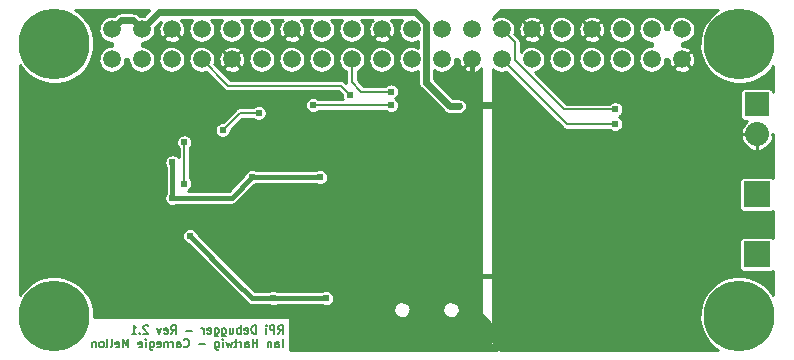
<source format=gbl>
G04 #@! TF.FileFunction,Copper,L2,Bot,Signal*
%FSLAX46Y46*%
G04 Gerber Fmt 4.6, Leading zero omitted, Abs format (unit mm)*
G04 Created by KiCad (PCBNEW 4.0.0-stable) date Monday, July 11, 2016 'AMt' 01:19:22 AM*
%MOMM*%
G01*
G04 APERTURE LIST*
%ADD10C,0.100000*%
%ADD11C,0.152400*%
%ADD12C,1.500000*%
%ADD13C,6.000000*%
%ADD14R,2.032000X2.032000*%
%ADD15O,2.032000X2.032000*%
%ADD16R,2.235200X2.235200*%
%ADD17C,0.609600*%
%ADD18C,0.200000*%
%ADD19C,0.400000*%
%ADD20C,0.600000*%
%ADD21C,0.254000*%
G04 APERTURE END LIST*
D10*
D11*
X22433333Y1999533D02*
X22666667Y2332867D01*
X22833333Y1999533D02*
X22833333Y2699533D01*
X22566667Y2699533D01*
X22500000Y2666200D01*
X22466667Y2632867D01*
X22433333Y2566200D01*
X22433333Y2466200D01*
X22466667Y2399533D01*
X22500000Y2366200D01*
X22566667Y2332867D01*
X22833333Y2332867D01*
X22133333Y1999533D02*
X22133333Y2699533D01*
X21866667Y2699533D01*
X21800000Y2666200D01*
X21766667Y2632867D01*
X21733333Y2566200D01*
X21733333Y2466200D01*
X21766667Y2399533D01*
X21800000Y2366200D01*
X21866667Y2332867D01*
X22133333Y2332867D01*
X21433333Y1999533D02*
X21433333Y2466200D01*
X21433333Y2699533D02*
X21466667Y2666200D01*
X21433333Y2632867D01*
X21400000Y2666200D01*
X21433333Y2699533D01*
X21433333Y2632867D01*
X20566667Y1999533D02*
X20566667Y2699533D01*
X20400001Y2699533D01*
X20300001Y2666200D01*
X20233334Y2599533D01*
X20200001Y2532867D01*
X20166667Y2399533D01*
X20166667Y2299533D01*
X20200001Y2166200D01*
X20233334Y2099533D01*
X20300001Y2032867D01*
X20400001Y1999533D01*
X20566667Y1999533D01*
X19600001Y2032867D02*
X19666667Y1999533D01*
X19800001Y1999533D01*
X19866667Y2032867D01*
X19900001Y2099533D01*
X19900001Y2366200D01*
X19866667Y2432867D01*
X19800001Y2466200D01*
X19666667Y2466200D01*
X19600001Y2432867D01*
X19566667Y2366200D01*
X19566667Y2299533D01*
X19900001Y2232867D01*
X19266667Y1999533D02*
X19266667Y2699533D01*
X19266667Y2432867D02*
X19200001Y2466200D01*
X19066667Y2466200D01*
X19000001Y2432867D01*
X18966667Y2399533D01*
X18933334Y2332867D01*
X18933334Y2132867D01*
X18966667Y2066200D01*
X19000001Y2032867D01*
X19066667Y1999533D01*
X19200001Y1999533D01*
X19266667Y2032867D01*
X18333334Y2466200D02*
X18333334Y1999533D01*
X18633334Y2466200D02*
X18633334Y2099533D01*
X18600001Y2032867D01*
X18533334Y1999533D01*
X18433334Y1999533D01*
X18366668Y2032867D01*
X18333334Y2066200D01*
X17700001Y2466200D02*
X17700001Y1899533D01*
X17733335Y1832867D01*
X17766668Y1799533D01*
X17833335Y1766200D01*
X17933335Y1766200D01*
X18000001Y1799533D01*
X17700001Y2032867D02*
X17766668Y1999533D01*
X17900001Y1999533D01*
X17966668Y2032867D01*
X18000001Y2066200D01*
X18033335Y2132867D01*
X18033335Y2332867D01*
X18000001Y2399533D01*
X17966668Y2432867D01*
X17900001Y2466200D01*
X17766668Y2466200D01*
X17700001Y2432867D01*
X17066668Y2466200D02*
X17066668Y1899533D01*
X17100002Y1832867D01*
X17133335Y1799533D01*
X17200002Y1766200D01*
X17300002Y1766200D01*
X17366668Y1799533D01*
X17066668Y2032867D02*
X17133335Y1999533D01*
X17266668Y1999533D01*
X17333335Y2032867D01*
X17366668Y2066200D01*
X17400002Y2132867D01*
X17400002Y2332867D01*
X17366668Y2399533D01*
X17333335Y2432867D01*
X17266668Y2466200D01*
X17133335Y2466200D01*
X17066668Y2432867D01*
X16466669Y2032867D02*
X16533335Y1999533D01*
X16666669Y1999533D01*
X16733335Y2032867D01*
X16766669Y2099533D01*
X16766669Y2366200D01*
X16733335Y2432867D01*
X16666669Y2466200D01*
X16533335Y2466200D01*
X16466669Y2432867D01*
X16433335Y2366200D01*
X16433335Y2299533D01*
X16766669Y2232867D01*
X16133335Y1999533D02*
X16133335Y2466200D01*
X16133335Y2332867D02*
X16100002Y2399533D01*
X16066669Y2432867D01*
X16000002Y2466200D01*
X15933335Y2466200D01*
X15166669Y2266200D02*
X14633336Y2266200D01*
X13366669Y1999533D02*
X13600003Y2332867D01*
X13766669Y1999533D02*
X13766669Y2699533D01*
X13500003Y2699533D01*
X13433336Y2666200D01*
X13400003Y2632867D01*
X13366669Y2566200D01*
X13366669Y2466200D01*
X13400003Y2399533D01*
X13433336Y2366200D01*
X13500003Y2332867D01*
X13766669Y2332867D01*
X12800003Y2032867D02*
X12866669Y1999533D01*
X13000003Y1999533D01*
X13066669Y2032867D01*
X13100003Y2099533D01*
X13100003Y2366200D01*
X13066669Y2432867D01*
X13000003Y2466200D01*
X12866669Y2466200D01*
X12800003Y2432867D01*
X12766669Y2366200D01*
X12766669Y2299533D01*
X13100003Y2232867D01*
X12533336Y2466200D02*
X12366669Y1999533D01*
X12200003Y2466200D01*
X11433337Y2632867D02*
X11400003Y2666200D01*
X11333337Y2699533D01*
X11166670Y2699533D01*
X11100003Y2666200D01*
X11066670Y2632867D01*
X11033337Y2566200D01*
X11033337Y2499533D01*
X11066670Y2399533D01*
X11466670Y1999533D01*
X11033337Y1999533D01*
X10733336Y2066200D02*
X10700003Y2032867D01*
X10733336Y1999533D01*
X10766670Y2032867D01*
X10733336Y2066200D01*
X10733336Y1999533D01*
X10033337Y1999533D02*
X10433337Y1999533D01*
X10233337Y1999533D02*
X10233337Y2699533D01*
X10300003Y2599533D01*
X10366670Y2532867D01*
X10433337Y2499533D01*
X22833333Y867133D02*
X22833333Y1567133D01*
X22200000Y867133D02*
X22200000Y1233800D01*
X22233334Y1300467D01*
X22300000Y1333800D01*
X22433334Y1333800D01*
X22500000Y1300467D01*
X22200000Y900467D02*
X22266667Y867133D01*
X22433334Y867133D01*
X22500000Y900467D01*
X22533334Y967133D01*
X22533334Y1033800D01*
X22500000Y1100467D01*
X22433334Y1133800D01*
X22266667Y1133800D01*
X22200000Y1167133D01*
X21866667Y1333800D02*
X21866667Y867133D01*
X21866667Y1267133D02*
X21833334Y1300467D01*
X21766667Y1333800D01*
X21666667Y1333800D01*
X21600001Y1300467D01*
X21566667Y1233800D01*
X21566667Y867133D01*
X20700001Y867133D02*
X20700001Y1567133D01*
X20700001Y1233800D02*
X20300001Y1233800D01*
X20300001Y867133D02*
X20300001Y1567133D01*
X19666668Y867133D02*
X19666668Y1233800D01*
X19700002Y1300467D01*
X19766668Y1333800D01*
X19900002Y1333800D01*
X19966668Y1300467D01*
X19666668Y900467D02*
X19733335Y867133D01*
X19900002Y867133D01*
X19966668Y900467D01*
X20000002Y967133D01*
X20000002Y1033800D01*
X19966668Y1100467D01*
X19900002Y1133800D01*
X19733335Y1133800D01*
X19666668Y1167133D01*
X19333335Y867133D02*
X19333335Y1333800D01*
X19333335Y1200467D02*
X19300002Y1267133D01*
X19266669Y1300467D01*
X19200002Y1333800D01*
X19133335Y1333800D01*
X19000002Y1333800D02*
X18733336Y1333800D01*
X18900002Y1567133D02*
X18900002Y967133D01*
X18866669Y900467D01*
X18800002Y867133D01*
X18733336Y867133D01*
X18566669Y1333800D02*
X18433336Y867133D01*
X18300002Y1200467D01*
X18166669Y867133D01*
X18033336Y1333800D01*
X17766669Y867133D02*
X17766669Y1333800D01*
X17766669Y1567133D02*
X17800003Y1533800D01*
X17766669Y1500467D01*
X17733336Y1533800D01*
X17766669Y1567133D01*
X17766669Y1500467D01*
X17133336Y1333800D02*
X17133336Y767133D01*
X17166670Y700467D01*
X17200003Y667133D01*
X17266670Y633800D01*
X17366670Y633800D01*
X17433336Y667133D01*
X17133336Y900467D02*
X17200003Y867133D01*
X17333336Y867133D01*
X17400003Y900467D01*
X17433336Y933800D01*
X17466670Y1000467D01*
X17466670Y1200467D01*
X17433336Y1267133D01*
X17400003Y1300467D01*
X17333336Y1333800D01*
X17200003Y1333800D01*
X17133336Y1300467D01*
X16266670Y1133800D02*
X15733337Y1133800D01*
X14466670Y933800D02*
X14500004Y900467D01*
X14600004Y867133D01*
X14666670Y867133D01*
X14766670Y900467D01*
X14833337Y967133D01*
X14866670Y1033800D01*
X14900004Y1167133D01*
X14900004Y1267133D01*
X14866670Y1400467D01*
X14833337Y1467133D01*
X14766670Y1533800D01*
X14666670Y1567133D01*
X14600004Y1567133D01*
X14500004Y1533800D01*
X14466670Y1500467D01*
X13866670Y867133D02*
X13866670Y1233800D01*
X13900004Y1300467D01*
X13966670Y1333800D01*
X14100004Y1333800D01*
X14166670Y1300467D01*
X13866670Y900467D02*
X13933337Y867133D01*
X14100004Y867133D01*
X14166670Y900467D01*
X14200004Y967133D01*
X14200004Y1033800D01*
X14166670Y1100467D01*
X14100004Y1133800D01*
X13933337Y1133800D01*
X13866670Y1167133D01*
X13533337Y867133D02*
X13533337Y1333800D01*
X13533337Y1200467D02*
X13500004Y1267133D01*
X13466671Y1300467D01*
X13400004Y1333800D01*
X13333337Y1333800D01*
X13100004Y1333800D02*
X13100004Y867133D01*
X13100004Y1267133D02*
X13066671Y1300467D01*
X13000004Y1333800D01*
X12900004Y1333800D01*
X12833338Y1300467D01*
X12800004Y1233800D01*
X12800004Y867133D01*
X12200005Y900467D02*
X12266671Y867133D01*
X12400005Y867133D01*
X12466671Y900467D01*
X12500005Y967133D01*
X12500005Y1233800D01*
X12466671Y1300467D01*
X12400005Y1333800D01*
X12266671Y1333800D01*
X12200005Y1300467D01*
X12166671Y1233800D01*
X12166671Y1167133D01*
X12500005Y1100467D01*
X11566671Y1333800D02*
X11566671Y767133D01*
X11600005Y700467D01*
X11633338Y667133D01*
X11700005Y633800D01*
X11800005Y633800D01*
X11866671Y667133D01*
X11566671Y900467D02*
X11633338Y867133D01*
X11766671Y867133D01*
X11833338Y900467D01*
X11866671Y933800D01*
X11900005Y1000467D01*
X11900005Y1200467D01*
X11866671Y1267133D01*
X11833338Y1300467D01*
X11766671Y1333800D01*
X11633338Y1333800D01*
X11566671Y1300467D01*
X11233338Y867133D02*
X11233338Y1333800D01*
X11233338Y1567133D02*
X11266672Y1533800D01*
X11233338Y1500467D01*
X11200005Y1533800D01*
X11233338Y1567133D01*
X11233338Y1500467D01*
X10633339Y900467D02*
X10700005Y867133D01*
X10833339Y867133D01*
X10900005Y900467D01*
X10933339Y967133D01*
X10933339Y1233800D01*
X10900005Y1300467D01*
X10833339Y1333800D01*
X10700005Y1333800D01*
X10633339Y1300467D01*
X10600005Y1233800D01*
X10600005Y1167133D01*
X10933339Y1100467D01*
X9766672Y867133D02*
X9766672Y1567133D01*
X9533339Y1067133D01*
X9300006Y1567133D01*
X9300006Y867133D01*
X8700006Y900467D02*
X8766672Y867133D01*
X8900006Y867133D01*
X8966672Y900467D01*
X9000006Y967133D01*
X9000006Y1233800D01*
X8966672Y1300467D01*
X8900006Y1333800D01*
X8766672Y1333800D01*
X8700006Y1300467D01*
X8666672Y1233800D01*
X8666672Y1167133D01*
X9000006Y1100467D01*
X8266672Y867133D02*
X8333339Y900467D01*
X8366672Y967133D01*
X8366672Y1567133D01*
X7900005Y867133D02*
X7966672Y900467D01*
X8000005Y967133D01*
X8000005Y1567133D01*
X7533338Y867133D02*
X7600005Y900467D01*
X7633338Y933800D01*
X7666672Y1000467D01*
X7666672Y1200467D01*
X7633338Y1267133D01*
X7600005Y1300467D01*
X7533338Y1333800D01*
X7433338Y1333800D01*
X7366672Y1300467D01*
X7333338Y1267133D01*
X7300005Y1200467D01*
X7300005Y1000467D01*
X7333338Y933800D01*
X7366672Y900467D01*
X7433338Y867133D01*
X7533338Y867133D01*
X7000005Y1333800D02*
X7000005Y867133D01*
X7000005Y1267133D02*
X6966672Y1300467D01*
X6900005Y1333800D01*
X6800005Y1333800D01*
X6733339Y1300467D01*
X6700005Y1233800D01*
X6700005Y867133D01*
D12*
X8370000Y25230000D03*
X8370000Y27770000D03*
X10910000Y25230000D03*
X13450000Y25230000D03*
X15990000Y25230000D03*
X18530000Y25230000D03*
X21070000Y25230000D03*
X23610000Y25230000D03*
X26150000Y25230000D03*
X28690000Y25230000D03*
X31230000Y25230000D03*
X33770000Y25230000D03*
X36310000Y25230000D03*
X38850000Y25230000D03*
X10910000Y27770000D03*
X13450000Y27770000D03*
X15990000Y27770000D03*
X18530000Y27770000D03*
X21070000Y27770000D03*
X23610000Y27770000D03*
X26150000Y27770000D03*
X28690000Y27770000D03*
X31230000Y27770000D03*
X33770000Y27770000D03*
X36310000Y27770000D03*
X38850000Y27770000D03*
X41390000Y25230000D03*
X43930000Y25230000D03*
X46470000Y25230000D03*
X49010000Y25230000D03*
X51550000Y25230000D03*
X54090000Y25230000D03*
X56630000Y25230000D03*
X56630000Y27770000D03*
X54090000Y27770000D03*
X51550000Y27770000D03*
X49010000Y27770000D03*
X46470000Y27770000D03*
X43930000Y27770000D03*
X41390000Y27770000D03*
D13*
X3500000Y3500000D03*
D14*
X62980000Y21420000D03*
D15*
X62980000Y18880000D03*
D16*
X62980000Y13800000D03*
X62980000Y8720000D03*
D13*
X3500000Y26500000D03*
X61500000Y26500000D03*
X61500000Y3500000D03*
D17*
X14500000Y18200000D03*
X14500000Y14700000D03*
X30900000Y5300000D03*
X39100000Y5300000D03*
X32300000Y900000D03*
X32300000Y1600000D03*
X32300000Y2300000D03*
X37700000Y900000D03*
X37700000Y1600000D03*
X37700000Y2300000D03*
X40300000Y900000D03*
X40300000Y1600000D03*
X40300000Y2300000D03*
X39800000Y2900000D03*
X39100000Y2900000D03*
X38400000Y2900000D03*
X29700000Y900000D03*
X29700000Y1600000D03*
X29700000Y2300000D03*
X30900000Y2900000D03*
X31600000Y2900000D03*
X30200000Y2900000D03*
X56000000Y12200000D03*
X52720000Y10399000D03*
X11500000Y8600000D03*
X57000000Y6950000D03*
X55250000Y6950000D03*
X42750000Y6850000D03*
X51000000Y6900000D03*
X48250000Y6900000D03*
X21650000Y22000000D03*
X24200000Y18200000D03*
X17250000Y9250000D03*
X26000000Y10000000D03*
X24750000Y10000000D03*
X23500000Y10000000D03*
X21000000Y7500000D03*
X22250000Y7500000D03*
X23500000Y7500000D03*
X24750000Y7500000D03*
X26000000Y7500000D03*
X33500000Y7000000D03*
X37250000Y17000000D03*
X37250000Y12000000D03*
X36000000Y5750000D03*
X36000000Y7000000D03*
X36000000Y8250000D03*
X35000000Y9250000D03*
X34000000Y10250000D03*
X30500000Y12000000D03*
X26500000Y12000000D03*
X26500000Y13500000D03*
X19750000Y17250000D03*
X20250000Y12250000D03*
X9250000Y4000000D03*
X19500000Y4250000D03*
X49500000Y21750000D03*
X44250000Y20750000D03*
X6800000Y19600000D03*
X1200000Y11100000D03*
X8000000Y14700000D03*
X14000000Y22200000D03*
X12000000Y20700000D03*
X12500000Y12500000D03*
X21750000Y13500000D03*
X25500000Y1250000D03*
X15500000Y4500000D03*
X12500000Y4000000D03*
X9500000Y17500000D03*
X29600000Y16250000D03*
X20250000Y15250000D03*
X22000000Y5000000D03*
X26500000Y5000000D03*
X26000000Y15250000D03*
X15000000Y10250000D03*
X13500000Y13500000D03*
X13500000Y16500000D03*
X37750000Y21250000D03*
X37000000Y21250000D03*
X28500000Y22250000D03*
X32000000Y22500000D03*
X51000000Y19750000D03*
X51000000Y21000000D03*
X25400000Y21350000D03*
X32000000Y21350000D03*
X20800000Y20700000D03*
X17750000Y19250000D03*
D18*
X14500000Y14700000D02*
X14500000Y18200000D01*
D19*
X32499100Y5999100D02*
X31599100Y5999100D01*
X31599100Y5999100D02*
X30900000Y5300000D01*
X32499100Y5999100D02*
X33500000Y7000000D01*
X42750000Y6850000D02*
X36150000Y6850000D01*
X36150000Y6850000D02*
X36000000Y7000000D01*
X35000000Y9250000D02*
X34000000Y10250000D01*
X36000000Y8250000D02*
X35000000Y9250000D01*
X36000000Y7000000D02*
X36000000Y8250000D01*
X36000000Y7000000D02*
X36000000Y5750000D01*
X33500000Y7000000D02*
X36000000Y7000000D01*
X24750000Y10000000D02*
X23500000Y10000000D01*
X26000000Y10000000D02*
X24750000Y10000000D01*
X22250000Y7500000D02*
X21000000Y7500000D01*
X23500000Y7500000D02*
X22250000Y7500000D01*
X24750000Y7500000D02*
X23500000Y7500000D01*
X26000000Y7500000D02*
X24750000Y7500000D01*
X26000000Y10000000D02*
X26000000Y7500000D01*
X26500000Y12000000D02*
X26500000Y10500000D01*
X26500000Y10500000D02*
X26000000Y10000000D01*
X38850000Y25230000D02*
X38850000Y21350000D01*
X38850000Y21350000D02*
X37000000Y19500000D01*
D20*
X38850000Y21350000D02*
X41150000Y21350000D01*
D19*
X13500000Y13500000D02*
X18500000Y13500000D01*
X26500000Y5000000D02*
X22000000Y5000000D01*
X22000000Y5000000D02*
X21750000Y5000000D01*
X21750000Y5000000D02*
X20250000Y5000000D01*
X20250000Y5000000D02*
X18750000Y6500000D01*
X18500000Y13500000D02*
X20250000Y15250000D01*
X20250000Y15250000D02*
X26000000Y15250000D01*
X15000000Y10250000D02*
X18750000Y6500000D01*
X13500000Y13500000D02*
X13500000Y16500000D01*
D20*
X12390000Y29250000D02*
X10910000Y27770000D01*
X34069554Y29250000D02*
X12390000Y29250000D01*
X35000000Y28319554D02*
X34069554Y29250000D01*
X37000000Y21250000D02*
X35000000Y23250000D01*
X35000000Y23250000D02*
X35000000Y28319554D01*
X37000000Y21250000D02*
X37750000Y21250000D01*
X8370000Y27770000D02*
X9119999Y28519999D01*
X9119999Y28519999D02*
X10160001Y28519999D01*
X10160001Y28519999D02*
X10910000Y27770000D01*
D18*
X28500000Y22250000D02*
X27750000Y23000000D01*
X27750000Y23000000D02*
X18220000Y23000000D01*
X18220000Y23000000D02*
X15990000Y25230000D01*
X29500000Y22500000D02*
X32000000Y22500000D01*
X28690000Y23310000D02*
X29500000Y22500000D01*
X28690000Y25230000D02*
X28690000Y23310000D01*
X51000000Y19750000D02*
X46870000Y19750000D01*
X46870000Y19750000D02*
X46120000Y20500000D01*
X46120000Y20500000D02*
X41390000Y25230000D01*
X51000000Y21000000D02*
X46676446Y21000000D01*
X46676446Y21000000D02*
X42500000Y25176446D01*
X42500000Y25176446D02*
X42500000Y26660000D01*
X42500000Y26660000D02*
X41390000Y27770000D01*
X32000000Y21350000D02*
X25400000Y21350000D01*
X19200000Y20700000D02*
X20800000Y20700000D01*
X17750000Y19250000D02*
X19200000Y20700000D01*
D21*
G36*
X11068928Y28892008D02*
X11028794Y28900246D01*
X10806999Y28901795D01*
X10751813Y28891267D01*
X10641541Y29001539D01*
X10592947Y29041454D01*
X10544744Y29081901D01*
X10541603Y29083628D01*
X10538838Y29085899D01*
X10483413Y29115618D01*
X10428275Y29145930D01*
X10424862Y29147013D01*
X10421706Y29148705D01*
X10361565Y29167092D01*
X10301589Y29186118D01*
X10298028Y29186517D01*
X10294605Y29187564D01*
X10232043Y29193919D01*
X10169509Y29200933D01*
X10162510Y29200982D01*
X10162378Y29200995D01*
X10162255Y29200983D01*
X10160001Y29200999D01*
X9119999Y29200999D01*
X9057427Y29194864D01*
X8994729Y29189378D01*
X8991288Y29188378D01*
X8987725Y29188029D01*
X8927518Y29169852D01*
X8867097Y29152298D01*
X8863917Y29150650D01*
X8860490Y29149615D01*
X8804971Y29120095D01*
X8749100Y29091134D01*
X8746300Y29088899D01*
X8743139Y29087218D01*
X8694398Y29047466D01*
X8645229Y29008215D01*
X8640245Y29003300D01*
X8640143Y29003217D01*
X8640065Y29003123D01*
X8638459Y29001539D01*
X8528928Y28892008D01*
X8488794Y28900246D01*
X8266999Y28901795D01*
X8049127Y28860233D01*
X7843477Y28777146D01*
X7657882Y28655696D01*
X7499412Y28500510D01*
X7374102Y28317500D01*
X7286725Y28113635D01*
X7240611Y27896681D01*
X7237514Y27674902D01*
X7277553Y27456746D01*
X7359203Y27250521D01*
X7479354Y27064083D01*
X7633430Y26904533D01*
X7815561Y26777949D01*
X8018811Y26689151D01*
X8235437Y26641523D01*
X8370758Y26638688D01*
X8367329Y26393131D01*
X8373216Y26361053D01*
X8266999Y26361795D01*
X8049127Y26320233D01*
X7843477Y26237146D01*
X7657882Y26115696D01*
X7499412Y25960510D01*
X7374102Y25777500D01*
X7286725Y25573635D01*
X7240611Y25356681D01*
X7237514Y25134902D01*
X7277553Y24916746D01*
X7359203Y24710521D01*
X7479354Y24524083D01*
X7633430Y24364533D01*
X7815561Y24237949D01*
X8018811Y24149151D01*
X8235437Y24101523D01*
X8457189Y24096877D01*
X8675620Y24135393D01*
X8882410Y24215601D01*
X9069682Y24334448D01*
X9230304Y24487406D01*
X9358157Y24668649D01*
X9448371Y24871274D01*
X9497511Y25087562D01*
X9499522Y25231609D01*
X9737982Y25226614D01*
X9778895Y25233828D01*
X9777514Y25134902D01*
X9817553Y24916746D01*
X9899203Y24710521D01*
X10019354Y24524083D01*
X10173430Y24364533D01*
X10355561Y24237949D01*
X10558811Y24149151D01*
X10775437Y24101523D01*
X10997189Y24096877D01*
X11215620Y24135393D01*
X11422410Y24215601D01*
X11609682Y24334448D01*
X11770304Y24487406D01*
X11898157Y24668649D01*
X11988371Y24871274D01*
X12037511Y25087562D01*
X12038171Y25134902D01*
X12317514Y25134902D01*
X12357553Y24916746D01*
X12439203Y24710521D01*
X12559354Y24524083D01*
X12713430Y24364533D01*
X12895561Y24237949D01*
X13098811Y24149151D01*
X13315437Y24101523D01*
X13537189Y24096877D01*
X13755620Y24135393D01*
X13962410Y24215601D01*
X14149682Y24334448D01*
X14310304Y24487406D01*
X14438157Y24668649D01*
X14528371Y24871274D01*
X14577511Y25087562D01*
X14578171Y25134902D01*
X14857514Y25134902D01*
X14897553Y24916746D01*
X14979203Y24710521D01*
X15099354Y24524083D01*
X15253430Y24364533D01*
X15435561Y24237949D01*
X15638811Y24149151D01*
X15855437Y24101523D01*
X16077189Y24096877D01*
X16295620Y24135393D01*
X16373978Y24165786D01*
X17879881Y22659882D01*
X17914202Y22631691D01*
X17948251Y22603120D01*
X17950471Y22601900D01*
X17952422Y22600297D01*
X17991543Y22579320D01*
X18030514Y22557896D01*
X18032925Y22557131D01*
X18035154Y22555936D01*
X18077628Y22542951D01*
X18119994Y22529511D01*
X18122509Y22529229D01*
X18124926Y22528490D01*
X18169116Y22524001D01*
X18213284Y22519047D01*
X18218227Y22519012D01*
X18218320Y22519003D01*
X18218406Y22519011D01*
X18220000Y22519000D01*
X27550764Y22519000D01*
X27814182Y22255582D01*
X27813299Y22192336D01*
X27837577Y22060053D01*
X27887087Y21935006D01*
X27954115Y21831000D01*
X25888887Y21831000D01*
X25839260Y21880975D01*
X25727761Y21956182D01*
X25603778Y22008300D01*
X25472032Y22035343D01*
X25337543Y22036282D01*
X25205433Y22011081D01*
X25080734Y21960699D01*
X24968196Y21887056D01*
X24872105Y21792957D01*
X24796121Y21681985D01*
X24743139Y21558369D01*
X24715177Y21426815D01*
X24713299Y21292336D01*
X24737577Y21160053D01*
X24787087Y21035006D01*
X24859943Y20921956D01*
X24953369Y20825210D01*
X25063807Y20748454D01*
X25187051Y20694610D01*
X25318406Y20665730D01*
X25452868Y20662913D01*
X25585317Y20686267D01*
X25710708Y20734903D01*
X25824263Y20806968D01*
X25889404Y20869000D01*
X31511082Y20869000D01*
X31553369Y20825210D01*
X31663807Y20748454D01*
X31787051Y20694610D01*
X31918406Y20665730D01*
X32052868Y20662913D01*
X32185317Y20686267D01*
X32310708Y20734903D01*
X32424263Y20806968D01*
X32521659Y20899716D01*
X32599185Y21009616D01*
X32653888Y21132481D01*
X32683684Y21263631D01*
X32685829Y21417246D01*
X32659706Y21549177D01*
X32608455Y21673521D01*
X32534028Y21785543D01*
X32439260Y21880975D01*
X32373942Y21925033D01*
X32424263Y21956968D01*
X32521659Y22049716D01*
X32599185Y22159616D01*
X32653888Y22282481D01*
X32683684Y22413631D01*
X32685829Y22567246D01*
X32659706Y22699177D01*
X32608455Y22823521D01*
X32534028Y22935543D01*
X32439260Y23030975D01*
X32327761Y23106182D01*
X32203778Y23158300D01*
X32072032Y23185343D01*
X31937543Y23186282D01*
X31805433Y23161081D01*
X31680734Y23110699D01*
X31568196Y23037056D01*
X31510953Y22981000D01*
X29699236Y22981000D01*
X29171000Y23509236D01*
X29171000Y24203418D01*
X29202410Y24215601D01*
X29389682Y24334448D01*
X29550304Y24487406D01*
X29678157Y24668649D01*
X29768371Y24871274D01*
X29817511Y25087562D01*
X29818171Y25134902D01*
X30097514Y25134902D01*
X30137553Y24916746D01*
X30219203Y24710521D01*
X30339354Y24524083D01*
X30493430Y24364533D01*
X30675561Y24237949D01*
X30878811Y24149151D01*
X31095437Y24101523D01*
X31317189Y24096877D01*
X31535620Y24135393D01*
X31742410Y24215601D01*
X31929682Y24334448D01*
X32090304Y24487406D01*
X32218157Y24668649D01*
X32308371Y24871274D01*
X32357511Y25087562D01*
X32361048Y25340900D01*
X32317967Y25558477D01*
X32233445Y25763541D01*
X32110703Y25948284D01*
X31954415Y26105667D01*
X31770534Y26229696D01*
X31566064Y26315647D01*
X31348794Y26360246D01*
X31126999Y26361795D01*
X30909127Y26320233D01*
X30703477Y26237146D01*
X30517882Y26115696D01*
X30359412Y25960510D01*
X30234102Y25777500D01*
X30146725Y25573635D01*
X30100611Y25356681D01*
X30097514Y25134902D01*
X29818171Y25134902D01*
X29821048Y25340900D01*
X29777967Y25558477D01*
X29693445Y25763541D01*
X29570703Y25948284D01*
X29414415Y26105667D01*
X29230534Y26229696D01*
X29026064Y26315647D01*
X28808794Y26360246D01*
X28586999Y26361795D01*
X28369127Y26320233D01*
X28163477Y26237146D01*
X27977882Y26115696D01*
X27819412Y25960510D01*
X27694102Y25777500D01*
X27606725Y25573635D01*
X27560611Y25356681D01*
X27557514Y25134902D01*
X27597553Y24916746D01*
X27679203Y24710521D01*
X27799354Y24524083D01*
X27953430Y24364533D01*
X28135561Y24237949D01*
X28209000Y24205864D01*
X28209000Y23310000D01*
X28213336Y23265777D01*
X28217208Y23221519D01*
X28217914Y23219087D01*
X28218161Y23216573D01*
X28220106Y23210130D01*
X28090118Y23340118D01*
X28055822Y23368289D01*
X28021749Y23396880D01*
X28019529Y23398100D01*
X28017578Y23399703D01*
X27978457Y23420680D01*
X27939486Y23442104D01*
X27937075Y23442869D01*
X27934846Y23444064D01*
X27892385Y23457045D01*
X27850006Y23470489D01*
X27847489Y23470771D01*
X27845073Y23471510D01*
X27800893Y23475998D01*
X27756716Y23480953D01*
X27751772Y23480988D01*
X27751679Y23480997D01*
X27751593Y23480989D01*
X27750000Y23481000D01*
X18419237Y23481000D01*
X17406846Y24493391D01*
X17794098Y24493391D01*
X17862403Y24310281D01*
X18054659Y24197712D01*
X18265182Y24124813D01*
X18485882Y24094385D01*
X18708278Y24107599D01*
X18923822Y24163946D01*
X19124231Y24261261D01*
X19197597Y24310281D01*
X19265902Y24493391D01*
X18530000Y25229293D01*
X17794098Y24493391D01*
X17406846Y24493391D01*
X17056230Y24844006D01*
X17068371Y24871274D01*
X17117511Y25087562D01*
X17120115Y25274118D01*
X17394385Y25274118D01*
X17407599Y25051722D01*
X17463946Y24836178D01*
X17561261Y24635769D01*
X17610281Y24562403D01*
X17793391Y24494098D01*
X18529293Y25230000D01*
X18530707Y25230000D01*
X19266609Y24494098D01*
X19449719Y24562403D01*
X19562288Y24754659D01*
X19635187Y24965182D01*
X19658586Y25134902D01*
X19937514Y25134902D01*
X19977553Y24916746D01*
X20059203Y24710521D01*
X20179354Y24524083D01*
X20333430Y24364533D01*
X20515561Y24237949D01*
X20718811Y24149151D01*
X20935437Y24101523D01*
X21157189Y24096877D01*
X21375620Y24135393D01*
X21582410Y24215601D01*
X21769682Y24334448D01*
X21930304Y24487406D01*
X22058157Y24668649D01*
X22148371Y24871274D01*
X22197511Y25087562D01*
X22198171Y25134902D01*
X22477514Y25134902D01*
X22517553Y24916746D01*
X22599203Y24710521D01*
X22719354Y24524083D01*
X22873430Y24364533D01*
X23055561Y24237949D01*
X23258811Y24149151D01*
X23475437Y24101523D01*
X23697189Y24096877D01*
X23915620Y24135393D01*
X24122410Y24215601D01*
X24309682Y24334448D01*
X24470304Y24487406D01*
X24598157Y24668649D01*
X24688371Y24871274D01*
X24737511Y25087562D01*
X24738171Y25134902D01*
X25017514Y25134902D01*
X25057553Y24916746D01*
X25139203Y24710521D01*
X25259354Y24524083D01*
X25413430Y24364533D01*
X25595561Y24237949D01*
X25798811Y24149151D01*
X26015437Y24101523D01*
X26237189Y24096877D01*
X26455620Y24135393D01*
X26662410Y24215601D01*
X26849682Y24334448D01*
X27010304Y24487406D01*
X27138157Y24668649D01*
X27228371Y24871274D01*
X27277511Y25087562D01*
X27281048Y25340900D01*
X27237967Y25558477D01*
X27153445Y25763541D01*
X27030703Y25948284D01*
X26874415Y26105667D01*
X26690534Y26229696D01*
X26486064Y26315647D01*
X26268794Y26360246D01*
X26046999Y26361795D01*
X25829127Y26320233D01*
X25623477Y26237146D01*
X25437882Y26115696D01*
X25279412Y25960510D01*
X25154102Y25777500D01*
X25066725Y25573635D01*
X25020611Y25356681D01*
X25017514Y25134902D01*
X24738171Y25134902D01*
X24741048Y25340900D01*
X24697967Y25558477D01*
X24613445Y25763541D01*
X24490703Y25948284D01*
X24334415Y26105667D01*
X24150534Y26229696D01*
X23946064Y26315647D01*
X23728794Y26360246D01*
X23506999Y26361795D01*
X23289127Y26320233D01*
X23083477Y26237146D01*
X22897882Y26115696D01*
X22739412Y25960510D01*
X22614102Y25777500D01*
X22526725Y25573635D01*
X22480611Y25356681D01*
X22477514Y25134902D01*
X22198171Y25134902D01*
X22201048Y25340900D01*
X22157967Y25558477D01*
X22073445Y25763541D01*
X21950703Y25948284D01*
X21794415Y26105667D01*
X21610534Y26229696D01*
X21406064Y26315647D01*
X21188794Y26360246D01*
X20966999Y26361795D01*
X20749127Y26320233D01*
X20543477Y26237146D01*
X20357882Y26115696D01*
X20199412Y25960510D01*
X20074102Y25777500D01*
X19986725Y25573635D01*
X19940611Y25356681D01*
X19937514Y25134902D01*
X19658586Y25134902D01*
X19665615Y25185882D01*
X19652401Y25408278D01*
X19596054Y25623822D01*
X19498739Y25824231D01*
X19449719Y25897597D01*
X19266609Y25965902D01*
X18530707Y25230000D01*
X18529293Y25230000D01*
X17793391Y25965902D01*
X17610281Y25897597D01*
X17497712Y25705341D01*
X17424813Y25494818D01*
X17394385Y25274118D01*
X17120115Y25274118D01*
X17121048Y25340900D01*
X17077967Y25558477D01*
X16993445Y25763541D01*
X16870703Y25948284D01*
X16852506Y25966609D01*
X17794098Y25966609D01*
X18530000Y25230707D01*
X19265902Y25966609D01*
X19197597Y26149719D01*
X19005341Y26262288D01*
X18794818Y26335187D01*
X18574118Y26365615D01*
X18351722Y26352401D01*
X18136178Y26296054D01*
X17935769Y26198739D01*
X17862403Y26149719D01*
X17794098Y25966609D01*
X16852506Y25966609D01*
X16714415Y26105667D01*
X16530534Y26229696D01*
X16326064Y26315647D01*
X16108794Y26360246D01*
X15886999Y26361795D01*
X15669127Y26320233D01*
X15463477Y26237146D01*
X15277882Y26115696D01*
X15119412Y25960510D01*
X14994102Y25777500D01*
X14906725Y25573635D01*
X14860611Y25356681D01*
X14857514Y25134902D01*
X14578171Y25134902D01*
X14581048Y25340900D01*
X14537967Y25558477D01*
X14453445Y25763541D01*
X14330703Y25948284D01*
X14174415Y26105667D01*
X13990534Y26229696D01*
X13786064Y26315647D01*
X13568794Y26360246D01*
X13346999Y26361795D01*
X13129127Y26320233D01*
X12923477Y26237146D01*
X12737882Y26115696D01*
X12579412Y25960510D01*
X12454102Y25777500D01*
X12366725Y25573635D01*
X12320611Y25356681D01*
X12317514Y25134902D01*
X12038171Y25134902D01*
X12041048Y25340900D01*
X11997967Y25558477D01*
X11913445Y25763541D01*
X11790703Y25948284D01*
X11634415Y26105667D01*
X11450534Y26229696D01*
X11246064Y26315647D01*
X11028794Y26360246D01*
X10907375Y26361094D01*
X10911055Y26624628D01*
X10908261Y26638740D01*
X10997189Y26636877D01*
X11215620Y26675393D01*
X11422410Y26755601D01*
X11609682Y26874448D01*
X11770304Y27027406D01*
X11774525Y27033391D01*
X12714098Y27033391D01*
X12782403Y26850281D01*
X12974659Y26737712D01*
X13185182Y26664813D01*
X13405882Y26634385D01*
X13628278Y26647599D01*
X13843822Y26703946D01*
X14044231Y26801261D01*
X14117597Y26850281D01*
X14185902Y27033391D01*
X13450000Y27769293D01*
X12714098Y27033391D01*
X11774525Y27033391D01*
X11898157Y27208649D01*
X11988371Y27411274D01*
X12037511Y27627562D01*
X12041048Y27880900D01*
X12031616Y27928536D01*
X12515595Y28412515D01*
X12417712Y28245341D01*
X12344813Y28034818D01*
X12314385Y27814118D01*
X12327599Y27591722D01*
X12383946Y27376178D01*
X12481261Y27175769D01*
X12530281Y27102403D01*
X12713391Y27034098D01*
X13449293Y27770000D01*
X13435151Y27784142D01*
X13435858Y27784849D01*
X13450000Y27770707D01*
X13464143Y27784849D01*
X13464850Y27784142D01*
X13450707Y27770000D01*
X14186609Y27034098D01*
X14369719Y27102403D01*
X14482288Y27294659D01*
X14555187Y27505182D01*
X14585615Y27725882D01*
X14572401Y27948278D01*
X14516054Y28163822D01*
X14418739Y28364231D01*
X14369719Y28437597D01*
X14186611Y28505901D01*
X14249710Y28569000D01*
X15189351Y28569000D01*
X15119412Y28500510D01*
X14994102Y28317500D01*
X14906725Y28113635D01*
X14860611Y27896681D01*
X14857514Y27674902D01*
X14897553Y27456746D01*
X14979203Y27250521D01*
X15099354Y27064083D01*
X15253430Y26904533D01*
X15435561Y26777949D01*
X15638811Y26689151D01*
X15855437Y26641523D01*
X16077189Y26636877D01*
X16295620Y26675393D01*
X16502410Y26755601D01*
X16689682Y26874448D01*
X16850304Y27027406D01*
X16978157Y27208649D01*
X17068371Y27411274D01*
X17117511Y27627562D01*
X17121048Y27880900D01*
X17077967Y28098477D01*
X16993445Y28303541D01*
X16870703Y28488284D01*
X16790549Y28569000D01*
X17729351Y28569000D01*
X17659412Y28500510D01*
X17534102Y28317500D01*
X17446725Y28113635D01*
X17400611Y27896681D01*
X17397514Y27674902D01*
X17437553Y27456746D01*
X17519203Y27250521D01*
X17639354Y27064083D01*
X17793430Y26904533D01*
X17975561Y26777949D01*
X18178811Y26689151D01*
X18395437Y26641523D01*
X18617189Y26636877D01*
X18835620Y26675393D01*
X19042410Y26755601D01*
X19229682Y26874448D01*
X19390304Y27027406D01*
X19518157Y27208649D01*
X19608371Y27411274D01*
X19657511Y27627562D01*
X19661048Y27880900D01*
X19617967Y28098477D01*
X19533445Y28303541D01*
X19410703Y28488284D01*
X19330549Y28569000D01*
X20269351Y28569000D01*
X20199412Y28500510D01*
X20074102Y28317500D01*
X19986725Y28113635D01*
X19940611Y27896681D01*
X19937514Y27674902D01*
X19977553Y27456746D01*
X20059203Y27250521D01*
X20179354Y27064083D01*
X20333430Y26904533D01*
X20515561Y26777949D01*
X20718811Y26689151D01*
X20935437Y26641523D01*
X21157189Y26636877D01*
X21375620Y26675393D01*
X21582410Y26755601D01*
X21769682Y26874448D01*
X21930304Y27027406D01*
X21934525Y27033391D01*
X22874098Y27033391D01*
X22942403Y26850281D01*
X23134659Y26737712D01*
X23345182Y26664813D01*
X23565882Y26634385D01*
X23788278Y26647599D01*
X24003822Y26703946D01*
X24204231Y26801261D01*
X24277597Y26850281D01*
X24345902Y27033391D01*
X23610000Y27769293D01*
X22874098Y27033391D01*
X21934525Y27033391D01*
X22058157Y27208649D01*
X22148371Y27411274D01*
X22197511Y27627562D01*
X22201048Y27880900D01*
X22157967Y28098477D01*
X22073445Y28303541D01*
X21950703Y28488284D01*
X21870549Y28569000D01*
X22810290Y28569000D01*
X22873389Y28505901D01*
X22690281Y28437597D01*
X22577712Y28245341D01*
X22504813Y28034818D01*
X22474385Y27814118D01*
X22487599Y27591722D01*
X22543946Y27376178D01*
X22641261Y27175769D01*
X22690281Y27102403D01*
X22873391Y27034098D01*
X23609293Y27770000D01*
X23595151Y27784142D01*
X23595858Y27784849D01*
X23610000Y27770707D01*
X23624143Y27784849D01*
X23624850Y27784142D01*
X23610707Y27770000D01*
X24346609Y27034098D01*
X24529719Y27102403D01*
X24642288Y27294659D01*
X24715187Y27505182D01*
X24745615Y27725882D01*
X24732401Y27948278D01*
X24676054Y28163822D01*
X24578739Y28364231D01*
X24529719Y28437597D01*
X24346611Y28505901D01*
X24409710Y28569000D01*
X25349351Y28569000D01*
X25279412Y28500510D01*
X25154102Y28317500D01*
X25066725Y28113635D01*
X25020611Y27896681D01*
X25017514Y27674902D01*
X25057553Y27456746D01*
X25139203Y27250521D01*
X25259354Y27064083D01*
X25413430Y26904533D01*
X25595561Y26777949D01*
X25798811Y26689151D01*
X26015437Y26641523D01*
X26237189Y26636877D01*
X26455620Y26675393D01*
X26662410Y26755601D01*
X26849682Y26874448D01*
X27010304Y27027406D01*
X27138157Y27208649D01*
X27228371Y27411274D01*
X27277511Y27627562D01*
X27281048Y27880900D01*
X27237967Y28098477D01*
X27153445Y28303541D01*
X27030703Y28488284D01*
X26950549Y28569000D01*
X27889351Y28569000D01*
X27819412Y28500510D01*
X27694102Y28317500D01*
X27606725Y28113635D01*
X27560611Y27896681D01*
X27557514Y27674902D01*
X27597553Y27456746D01*
X27679203Y27250521D01*
X27799354Y27064083D01*
X27953430Y26904533D01*
X28135561Y26777949D01*
X28338811Y26689151D01*
X28555437Y26641523D01*
X28777189Y26636877D01*
X28995620Y26675393D01*
X29202410Y26755601D01*
X29389682Y26874448D01*
X29550304Y27027406D01*
X29554525Y27033391D01*
X30494098Y27033391D01*
X30562403Y26850281D01*
X30754659Y26737712D01*
X30965182Y26664813D01*
X31185882Y26634385D01*
X31408278Y26647599D01*
X31623822Y26703946D01*
X31824231Y26801261D01*
X31897597Y26850281D01*
X31965902Y27033391D01*
X31230000Y27769293D01*
X30494098Y27033391D01*
X29554525Y27033391D01*
X29678157Y27208649D01*
X29768371Y27411274D01*
X29817511Y27627562D01*
X29821048Y27880900D01*
X29777967Y28098477D01*
X29693445Y28303541D01*
X29570703Y28488284D01*
X29490549Y28569000D01*
X30430290Y28569000D01*
X30493389Y28505901D01*
X30310281Y28437597D01*
X30197712Y28245341D01*
X30124813Y28034818D01*
X30094385Y27814118D01*
X30107599Y27591722D01*
X30163946Y27376178D01*
X30261261Y27175769D01*
X30310281Y27102403D01*
X30493391Y27034098D01*
X31229293Y27770000D01*
X31215151Y27784142D01*
X31215858Y27784849D01*
X31230000Y27770707D01*
X31244143Y27784849D01*
X31244850Y27784142D01*
X31230707Y27770000D01*
X31966609Y27034098D01*
X32149719Y27102403D01*
X32262288Y27294659D01*
X32335187Y27505182D01*
X32365615Y27725882D01*
X32352401Y27948278D01*
X32296054Y28163822D01*
X32198739Y28364231D01*
X32149719Y28437597D01*
X31966611Y28505901D01*
X32029710Y28569000D01*
X32969351Y28569000D01*
X32899412Y28500510D01*
X32774102Y28317500D01*
X32686725Y28113635D01*
X32640611Y27896681D01*
X32637514Y27674902D01*
X32677553Y27456746D01*
X32759203Y27250521D01*
X32879354Y27064083D01*
X33033430Y26904533D01*
X33215561Y26777949D01*
X33418811Y26689151D01*
X33635437Y26641523D01*
X33857189Y26636877D01*
X34075620Y26675393D01*
X34282410Y26755601D01*
X34319000Y26778822D01*
X34319000Y26223986D01*
X34310534Y26229696D01*
X34106064Y26315647D01*
X33888794Y26360246D01*
X33666999Y26361795D01*
X33449127Y26320233D01*
X33243477Y26237146D01*
X33057882Y26115696D01*
X32899412Y25960510D01*
X32774102Y25777500D01*
X32686725Y25573635D01*
X32640611Y25356681D01*
X32637514Y25134902D01*
X32677553Y24916746D01*
X32759203Y24710521D01*
X32879354Y24524083D01*
X33033430Y24364533D01*
X33215561Y24237949D01*
X33418811Y24149151D01*
X33635437Y24101523D01*
X33857189Y24096877D01*
X34075620Y24135393D01*
X34282410Y24215601D01*
X34319000Y24238822D01*
X34319000Y23250000D01*
X34325135Y23187428D01*
X34330621Y23124730D01*
X34331621Y23121289D01*
X34331970Y23117726D01*
X34350161Y23057473D01*
X34367702Y22997098D01*
X34369348Y22993923D01*
X34370384Y22990491D01*
X34399923Y22934937D01*
X34428865Y22879101D01*
X34431100Y22876301D01*
X34432781Y22873140D01*
X34472533Y22824399D01*
X34511784Y22775230D01*
X34516699Y22770246D01*
X34516782Y22770144D01*
X34516876Y22770066D01*
X34518460Y22768460D01*
X36450842Y20836078D01*
X36459943Y20821956D01*
X36553369Y20725210D01*
X36663807Y20648454D01*
X36787051Y20594610D01*
X36918406Y20565730D01*
X37052868Y20562913D01*
X37087390Y20569000D01*
X37653533Y20569000D01*
X37668406Y20565730D01*
X37802868Y20562913D01*
X37935317Y20586267D01*
X38060708Y20634903D01*
X38174263Y20706968D01*
X38271659Y20799716D01*
X38349185Y20909616D01*
X38403888Y21032481D01*
X38433684Y21163631D01*
X38435829Y21317246D01*
X38409706Y21449177D01*
X38358455Y21573521D01*
X38284028Y21685543D01*
X38189260Y21780975D01*
X38077761Y21856182D01*
X37953778Y21908300D01*
X37822032Y21935343D01*
X37687543Y21936282D01*
X37659853Y21931000D01*
X37282080Y21931000D01*
X35681000Y23532080D01*
X35681000Y24289770D01*
X35755561Y24237949D01*
X35958811Y24149151D01*
X36175437Y24101523D01*
X36397189Y24096877D01*
X36615620Y24135393D01*
X36822410Y24215601D01*
X37009682Y24334448D01*
X37170304Y24487406D01*
X37298157Y24668649D01*
X37388371Y24871274D01*
X37437511Y25087562D01*
X37439522Y25231609D01*
X37677982Y25226614D01*
X37716801Y25233459D01*
X37727599Y25051722D01*
X37783946Y24836178D01*
X37881261Y24635769D01*
X37930281Y24562403D01*
X38113391Y24494098D01*
X38849293Y25230000D01*
X38835151Y25244142D01*
X38835858Y25244849D01*
X38850000Y25230707D01*
X38864143Y25244849D01*
X38864850Y25244142D01*
X38850707Y25230000D01*
X38864850Y25215857D01*
X38864143Y25215150D01*
X38850000Y25229293D01*
X38114098Y24493391D01*
X38182403Y24310281D01*
X38374659Y24197712D01*
X38585182Y24124813D01*
X38805882Y24094385D01*
X39028278Y24107599D01*
X39243822Y24163946D01*
X39444231Y24261261D01*
X39517597Y24310281D01*
X39585901Y24493389D01*
X39623000Y24456290D01*
X39623000Y3750000D01*
X39628028Y3714619D01*
X39642714Y3682039D01*
X39660197Y3660197D01*
X40373000Y2947394D01*
X40373000Y1250000D01*
X40382334Y1202211D01*
X40410197Y1160197D01*
X40943394Y627000D01*
X23457200Y627000D01*
X23457200Y3415800D01*
X6875340Y3415800D01*
X6881145Y3831524D01*
X6855432Y3961385D01*
X32193039Y3961385D01*
X32218918Y3820383D01*
X32271691Y3687094D01*
X32349348Y3566593D01*
X32448932Y3463471D01*
X32566649Y3381655D01*
X32698016Y3324263D01*
X32838028Y3293479D01*
X32981353Y3290477D01*
X33122532Y3315370D01*
X33256186Y3367212D01*
X33377226Y3444026D01*
X33481041Y3542887D01*
X33563676Y3660030D01*
X33621985Y3790993D01*
X33653745Y3930787D01*
X33654172Y3961385D01*
X36343039Y3961385D01*
X36368918Y3820383D01*
X36421691Y3687094D01*
X36499348Y3566593D01*
X36598932Y3463471D01*
X36716649Y3381655D01*
X36848016Y3324263D01*
X36988028Y3293479D01*
X37131353Y3290477D01*
X37272532Y3315370D01*
X37406186Y3367212D01*
X37527226Y3444026D01*
X37631041Y3542887D01*
X37713676Y3660030D01*
X37771985Y3790993D01*
X37803745Y3930787D01*
X37806031Y4094527D01*
X37778187Y4235154D01*
X37723558Y4367693D01*
X37644225Y4487098D01*
X37543212Y4588819D01*
X37424364Y4668983D01*
X37292209Y4724536D01*
X37151780Y4753362D01*
X37008427Y4754363D01*
X36867610Y4727501D01*
X36734692Y4673798D01*
X36614736Y4595302D01*
X36512312Y4495000D01*
X36431320Y4376715D01*
X36374846Y4244951D01*
X36345041Y4104727D01*
X36343039Y3961385D01*
X33654172Y3961385D01*
X33656031Y4094527D01*
X33628187Y4235154D01*
X33573558Y4367693D01*
X33494225Y4487098D01*
X33393212Y4588819D01*
X33274364Y4668983D01*
X33142209Y4724536D01*
X33001780Y4753362D01*
X32858427Y4754363D01*
X32717610Y4727501D01*
X32584692Y4673798D01*
X32464736Y4595302D01*
X32362312Y4495000D01*
X32281320Y4376715D01*
X32224846Y4244951D01*
X32195041Y4104727D01*
X32193039Y3961385D01*
X6855432Y3961385D01*
X6752358Y4481945D01*
X6499690Y5094963D01*
X6132765Y5647230D01*
X5665558Y6117710D01*
X5115866Y6488482D01*
X4504626Y6745424D01*
X3855121Y6878748D01*
X3192089Y6883377D01*
X2540785Y6759134D01*
X1926017Y6510752D01*
X1371202Y6147691D01*
X897472Y5683780D01*
X627000Y5288765D01*
X627000Y10192336D01*
X14313299Y10192336D01*
X14337577Y10060053D01*
X14387087Y9935006D01*
X14459943Y9821956D01*
X14553369Y9725210D01*
X14663807Y9648454D01*
X14787051Y9594610D01*
X14846888Y9581454D01*
X19839171Y4589171D01*
X19880642Y4555106D01*
X19921754Y4520609D01*
X19924431Y4519137D01*
X19926792Y4517198D01*
X19974085Y4491840D01*
X20021120Y4465982D01*
X20024033Y4465058D01*
X20026724Y4463615D01*
X20077998Y4447939D01*
X20129203Y4431696D01*
X20132243Y4431355D01*
X20135161Y4430463D01*
X20188517Y4425043D01*
X20241888Y4419057D01*
X20247863Y4419015D01*
X20247971Y4419004D01*
X20248072Y4419014D01*
X20250000Y4419000D01*
X21634245Y4419000D01*
X21663807Y4398454D01*
X21787051Y4344610D01*
X21918406Y4315730D01*
X22052868Y4312913D01*
X22185317Y4336267D01*
X22310708Y4384903D01*
X22364436Y4419000D01*
X26134245Y4419000D01*
X26163807Y4398454D01*
X26287051Y4344610D01*
X26418406Y4315730D01*
X26552868Y4312913D01*
X26685317Y4336267D01*
X26810708Y4384903D01*
X26924263Y4456968D01*
X27021659Y4549716D01*
X27099185Y4659616D01*
X27153888Y4782481D01*
X27183684Y4913631D01*
X27185829Y5067246D01*
X27159706Y5199177D01*
X27108455Y5323521D01*
X27034028Y5435543D01*
X26939260Y5530975D01*
X26827761Y5606182D01*
X26703778Y5658300D01*
X26572032Y5685343D01*
X26437543Y5686282D01*
X26305433Y5661081D01*
X26180734Y5610699D01*
X26135349Y5581000D01*
X22365095Y5581000D01*
X22327761Y5606182D01*
X22203778Y5658300D01*
X22072032Y5685343D01*
X21937543Y5686282D01*
X21805433Y5661081D01*
X21680734Y5610699D01*
X21635349Y5581000D01*
X20490658Y5581000D01*
X15668897Y10402761D01*
X15659706Y10449177D01*
X15608455Y10573521D01*
X15534028Y10685543D01*
X15439260Y10780975D01*
X15327761Y10856182D01*
X15203778Y10908300D01*
X15072032Y10935343D01*
X14937543Y10936282D01*
X14805433Y10911081D01*
X14680734Y10860699D01*
X14568196Y10787056D01*
X14472105Y10692957D01*
X14396121Y10581985D01*
X14343139Y10458369D01*
X14315177Y10326815D01*
X14313299Y10192336D01*
X627000Y10192336D01*
X627000Y16442336D01*
X12813299Y16442336D01*
X12837577Y16310053D01*
X12887087Y16185006D01*
X12919000Y16135487D01*
X12919000Y13865399D01*
X12896121Y13831985D01*
X12843139Y13708369D01*
X12815177Y13576815D01*
X12813299Y13442336D01*
X12837577Y13310053D01*
X12887087Y13185006D01*
X12959943Y13071956D01*
X13053369Y12975210D01*
X13163807Y12898454D01*
X13287051Y12844610D01*
X13418406Y12815730D01*
X13552868Y12812913D01*
X13685317Y12836267D01*
X13810708Y12884903D01*
X13864436Y12919000D01*
X18500000Y12919000D01*
X18553394Y12924235D01*
X18606876Y12928914D01*
X18609813Y12929767D01*
X18612850Y12930065D01*
X18664201Y12945569D01*
X18715765Y12960550D01*
X18718478Y12961956D01*
X18721402Y12962839D01*
X18768757Y12988018D01*
X18816435Y13012732D01*
X18818825Y13014640D01*
X18821520Y13016073D01*
X18863086Y13049973D01*
X18905053Y13083475D01*
X18909305Y13087668D01*
X18909392Y13087739D01*
X18909459Y13087820D01*
X18910829Y13089171D01*
X20402061Y14580403D01*
X20435317Y14586267D01*
X20560708Y14634903D01*
X20614436Y14669000D01*
X25634245Y14669000D01*
X25663807Y14648454D01*
X25787051Y14594610D01*
X25918406Y14565730D01*
X26052868Y14562913D01*
X26185317Y14586267D01*
X26310708Y14634903D01*
X26424263Y14706968D01*
X26521659Y14799716D01*
X26599185Y14909616D01*
X26653888Y15032481D01*
X26683684Y15163631D01*
X26685829Y15317246D01*
X26659706Y15449177D01*
X26608455Y15573521D01*
X26534028Y15685543D01*
X26439260Y15780975D01*
X26327761Y15856182D01*
X26203778Y15908300D01*
X26072032Y15935343D01*
X25937543Y15936282D01*
X25805433Y15911081D01*
X25680734Y15860699D01*
X25635349Y15831000D01*
X20615095Y15831000D01*
X20577761Y15856182D01*
X20453778Y15908300D01*
X20322032Y15935343D01*
X20187543Y15936282D01*
X20055433Y15911081D01*
X19930734Y15860699D01*
X19818196Y15787056D01*
X19722105Y15692957D01*
X19646121Y15581985D01*
X19593139Y15458369D01*
X19581378Y15403036D01*
X18259342Y14081000D01*
X14800645Y14081000D01*
X14810708Y14084903D01*
X14924263Y14156968D01*
X15021659Y14249716D01*
X15099185Y14359616D01*
X15153888Y14482481D01*
X15183684Y14613631D01*
X15185829Y14767246D01*
X15159706Y14899177D01*
X15108455Y15023521D01*
X15034028Y15135543D01*
X14981000Y15188943D01*
X14981000Y17710997D01*
X15021659Y17749716D01*
X15099185Y17859616D01*
X15153888Y17982481D01*
X15183684Y18113631D01*
X15185829Y18267246D01*
X15159706Y18399177D01*
X15108455Y18523521D01*
X15034028Y18635543D01*
X14939260Y18730975D01*
X14827761Y18806182D01*
X14703778Y18858300D01*
X14572032Y18885343D01*
X14437543Y18886282D01*
X14305433Y18861081D01*
X14180734Y18810699D01*
X14068196Y18737056D01*
X13972105Y18642957D01*
X13896121Y18531985D01*
X13843139Y18408369D01*
X13815177Y18276815D01*
X13813299Y18142336D01*
X13837577Y18010053D01*
X13887087Y17885006D01*
X13959943Y17771956D01*
X14019000Y17710800D01*
X14019000Y16950676D01*
X13939260Y17030975D01*
X13827761Y17106182D01*
X13703778Y17158300D01*
X13572032Y17185343D01*
X13437543Y17186282D01*
X13305433Y17161081D01*
X13180734Y17110699D01*
X13068196Y17037056D01*
X12972105Y16942957D01*
X12896121Y16831985D01*
X12843139Y16708369D01*
X12815177Y16576815D01*
X12813299Y16442336D01*
X627000Y16442336D01*
X627000Y19192336D01*
X17063299Y19192336D01*
X17087577Y19060053D01*
X17137087Y18935006D01*
X17209943Y18821956D01*
X17303369Y18725210D01*
X17413807Y18648454D01*
X17537051Y18594610D01*
X17668406Y18565730D01*
X17802868Y18562913D01*
X17935317Y18586267D01*
X18060708Y18634903D01*
X18174263Y18706968D01*
X18271659Y18799716D01*
X18349185Y18909616D01*
X18403888Y19032481D01*
X18433684Y19163631D01*
X18434956Y19254720D01*
X19399237Y20219000D01*
X20311082Y20219000D01*
X20353369Y20175210D01*
X20463807Y20098454D01*
X20587051Y20044610D01*
X20718406Y20015730D01*
X20852868Y20012913D01*
X20985317Y20036267D01*
X21110708Y20084903D01*
X21224263Y20156968D01*
X21321659Y20249716D01*
X21399185Y20359616D01*
X21453888Y20482481D01*
X21483684Y20613631D01*
X21485829Y20767246D01*
X21459706Y20899177D01*
X21408455Y21023521D01*
X21334028Y21135543D01*
X21239260Y21230975D01*
X21127761Y21306182D01*
X21003778Y21358300D01*
X20872032Y21385343D01*
X20737543Y21386282D01*
X20605433Y21361081D01*
X20480734Y21310699D01*
X20368196Y21237056D01*
X20310953Y21181000D01*
X19200000Y21181000D01*
X19155822Y21176668D01*
X19111519Y21172792D01*
X19109087Y21172086D01*
X19106573Y21171839D01*
X19064063Y21159005D01*
X19021372Y21146602D01*
X19019127Y21145438D01*
X19016705Y21144707D01*
X18977491Y21123856D01*
X18938029Y21103401D01*
X18936050Y21101821D01*
X18933819Y21100635D01*
X18899381Y21072549D01*
X18864664Y21044834D01*
X18861145Y21041365D01*
X18861071Y21041304D01*
X18861014Y21041235D01*
X18859882Y21040119D01*
X17755571Y19935807D01*
X17687543Y19936282D01*
X17555433Y19911081D01*
X17430734Y19860699D01*
X17318196Y19787056D01*
X17222105Y19692957D01*
X17146121Y19581985D01*
X17093139Y19458369D01*
X17065177Y19326815D01*
X17063299Y19192336D01*
X627000Y19192336D01*
X627000Y24716388D01*
X837512Y24389738D01*
X1298104Y23912781D01*
X1842566Y23534370D01*
X2450158Y23268920D01*
X3097739Y23126540D01*
X3760642Y23112654D01*
X4413617Y23227791D01*
X5031793Y23467566D01*
X5591623Y23822845D01*
X6071784Y24280096D01*
X6453986Y24821902D01*
X6723672Y25427627D01*
X6870570Y26074198D01*
X6881145Y26831524D01*
X6752358Y27481945D01*
X6499690Y28094963D01*
X6132765Y28647230D01*
X5665558Y29117710D01*
X5287075Y29373000D01*
X11549920Y29373000D01*
X11068928Y28892008D01*
X11068928Y28892008D01*
G37*
X11068928Y28892008D02*
X11028794Y28900246D01*
X10806999Y28901795D01*
X10751813Y28891267D01*
X10641541Y29001539D01*
X10592947Y29041454D01*
X10544744Y29081901D01*
X10541603Y29083628D01*
X10538838Y29085899D01*
X10483413Y29115618D01*
X10428275Y29145930D01*
X10424862Y29147013D01*
X10421706Y29148705D01*
X10361565Y29167092D01*
X10301589Y29186118D01*
X10298028Y29186517D01*
X10294605Y29187564D01*
X10232043Y29193919D01*
X10169509Y29200933D01*
X10162510Y29200982D01*
X10162378Y29200995D01*
X10162255Y29200983D01*
X10160001Y29200999D01*
X9119999Y29200999D01*
X9057427Y29194864D01*
X8994729Y29189378D01*
X8991288Y29188378D01*
X8987725Y29188029D01*
X8927518Y29169852D01*
X8867097Y29152298D01*
X8863917Y29150650D01*
X8860490Y29149615D01*
X8804971Y29120095D01*
X8749100Y29091134D01*
X8746300Y29088899D01*
X8743139Y29087218D01*
X8694398Y29047466D01*
X8645229Y29008215D01*
X8640245Y29003300D01*
X8640143Y29003217D01*
X8640065Y29003123D01*
X8638459Y29001539D01*
X8528928Y28892008D01*
X8488794Y28900246D01*
X8266999Y28901795D01*
X8049127Y28860233D01*
X7843477Y28777146D01*
X7657882Y28655696D01*
X7499412Y28500510D01*
X7374102Y28317500D01*
X7286725Y28113635D01*
X7240611Y27896681D01*
X7237514Y27674902D01*
X7277553Y27456746D01*
X7359203Y27250521D01*
X7479354Y27064083D01*
X7633430Y26904533D01*
X7815561Y26777949D01*
X8018811Y26689151D01*
X8235437Y26641523D01*
X8370758Y26638688D01*
X8367329Y26393131D01*
X8373216Y26361053D01*
X8266999Y26361795D01*
X8049127Y26320233D01*
X7843477Y26237146D01*
X7657882Y26115696D01*
X7499412Y25960510D01*
X7374102Y25777500D01*
X7286725Y25573635D01*
X7240611Y25356681D01*
X7237514Y25134902D01*
X7277553Y24916746D01*
X7359203Y24710521D01*
X7479354Y24524083D01*
X7633430Y24364533D01*
X7815561Y24237949D01*
X8018811Y24149151D01*
X8235437Y24101523D01*
X8457189Y24096877D01*
X8675620Y24135393D01*
X8882410Y24215601D01*
X9069682Y24334448D01*
X9230304Y24487406D01*
X9358157Y24668649D01*
X9448371Y24871274D01*
X9497511Y25087562D01*
X9499522Y25231609D01*
X9737982Y25226614D01*
X9778895Y25233828D01*
X9777514Y25134902D01*
X9817553Y24916746D01*
X9899203Y24710521D01*
X10019354Y24524083D01*
X10173430Y24364533D01*
X10355561Y24237949D01*
X10558811Y24149151D01*
X10775437Y24101523D01*
X10997189Y24096877D01*
X11215620Y24135393D01*
X11422410Y24215601D01*
X11609682Y24334448D01*
X11770304Y24487406D01*
X11898157Y24668649D01*
X11988371Y24871274D01*
X12037511Y25087562D01*
X12038171Y25134902D01*
X12317514Y25134902D01*
X12357553Y24916746D01*
X12439203Y24710521D01*
X12559354Y24524083D01*
X12713430Y24364533D01*
X12895561Y24237949D01*
X13098811Y24149151D01*
X13315437Y24101523D01*
X13537189Y24096877D01*
X13755620Y24135393D01*
X13962410Y24215601D01*
X14149682Y24334448D01*
X14310304Y24487406D01*
X14438157Y24668649D01*
X14528371Y24871274D01*
X14577511Y25087562D01*
X14578171Y25134902D01*
X14857514Y25134902D01*
X14897553Y24916746D01*
X14979203Y24710521D01*
X15099354Y24524083D01*
X15253430Y24364533D01*
X15435561Y24237949D01*
X15638811Y24149151D01*
X15855437Y24101523D01*
X16077189Y24096877D01*
X16295620Y24135393D01*
X16373978Y24165786D01*
X17879881Y22659882D01*
X17914202Y22631691D01*
X17948251Y22603120D01*
X17950471Y22601900D01*
X17952422Y22600297D01*
X17991543Y22579320D01*
X18030514Y22557896D01*
X18032925Y22557131D01*
X18035154Y22555936D01*
X18077628Y22542951D01*
X18119994Y22529511D01*
X18122509Y22529229D01*
X18124926Y22528490D01*
X18169116Y22524001D01*
X18213284Y22519047D01*
X18218227Y22519012D01*
X18218320Y22519003D01*
X18218406Y22519011D01*
X18220000Y22519000D01*
X27550764Y22519000D01*
X27814182Y22255582D01*
X27813299Y22192336D01*
X27837577Y22060053D01*
X27887087Y21935006D01*
X27954115Y21831000D01*
X25888887Y21831000D01*
X25839260Y21880975D01*
X25727761Y21956182D01*
X25603778Y22008300D01*
X25472032Y22035343D01*
X25337543Y22036282D01*
X25205433Y22011081D01*
X25080734Y21960699D01*
X24968196Y21887056D01*
X24872105Y21792957D01*
X24796121Y21681985D01*
X24743139Y21558369D01*
X24715177Y21426815D01*
X24713299Y21292336D01*
X24737577Y21160053D01*
X24787087Y21035006D01*
X24859943Y20921956D01*
X24953369Y20825210D01*
X25063807Y20748454D01*
X25187051Y20694610D01*
X25318406Y20665730D01*
X25452868Y20662913D01*
X25585317Y20686267D01*
X25710708Y20734903D01*
X25824263Y20806968D01*
X25889404Y20869000D01*
X31511082Y20869000D01*
X31553369Y20825210D01*
X31663807Y20748454D01*
X31787051Y20694610D01*
X31918406Y20665730D01*
X32052868Y20662913D01*
X32185317Y20686267D01*
X32310708Y20734903D01*
X32424263Y20806968D01*
X32521659Y20899716D01*
X32599185Y21009616D01*
X32653888Y21132481D01*
X32683684Y21263631D01*
X32685829Y21417246D01*
X32659706Y21549177D01*
X32608455Y21673521D01*
X32534028Y21785543D01*
X32439260Y21880975D01*
X32373942Y21925033D01*
X32424263Y21956968D01*
X32521659Y22049716D01*
X32599185Y22159616D01*
X32653888Y22282481D01*
X32683684Y22413631D01*
X32685829Y22567246D01*
X32659706Y22699177D01*
X32608455Y22823521D01*
X32534028Y22935543D01*
X32439260Y23030975D01*
X32327761Y23106182D01*
X32203778Y23158300D01*
X32072032Y23185343D01*
X31937543Y23186282D01*
X31805433Y23161081D01*
X31680734Y23110699D01*
X31568196Y23037056D01*
X31510953Y22981000D01*
X29699236Y22981000D01*
X29171000Y23509236D01*
X29171000Y24203418D01*
X29202410Y24215601D01*
X29389682Y24334448D01*
X29550304Y24487406D01*
X29678157Y24668649D01*
X29768371Y24871274D01*
X29817511Y25087562D01*
X29818171Y25134902D01*
X30097514Y25134902D01*
X30137553Y24916746D01*
X30219203Y24710521D01*
X30339354Y24524083D01*
X30493430Y24364533D01*
X30675561Y24237949D01*
X30878811Y24149151D01*
X31095437Y24101523D01*
X31317189Y24096877D01*
X31535620Y24135393D01*
X31742410Y24215601D01*
X31929682Y24334448D01*
X32090304Y24487406D01*
X32218157Y24668649D01*
X32308371Y24871274D01*
X32357511Y25087562D01*
X32361048Y25340900D01*
X32317967Y25558477D01*
X32233445Y25763541D01*
X32110703Y25948284D01*
X31954415Y26105667D01*
X31770534Y26229696D01*
X31566064Y26315647D01*
X31348794Y26360246D01*
X31126999Y26361795D01*
X30909127Y26320233D01*
X30703477Y26237146D01*
X30517882Y26115696D01*
X30359412Y25960510D01*
X30234102Y25777500D01*
X30146725Y25573635D01*
X30100611Y25356681D01*
X30097514Y25134902D01*
X29818171Y25134902D01*
X29821048Y25340900D01*
X29777967Y25558477D01*
X29693445Y25763541D01*
X29570703Y25948284D01*
X29414415Y26105667D01*
X29230534Y26229696D01*
X29026064Y26315647D01*
X28808794Y26360246D01*
X28586999Y26361795D01*
X28369127Y26320233D01*
X28163477Y26237146D01*
X27977882Y26115696D01*
X27819412Y25960510D01*
X27694102Y25777500D01*
X27606725Y25573635D01*
X27560611Y25356681D01*
X27557514Y25134902D01*
X27597553Y24916746D01*
X27679203Y24710521D01*
X27799354Y24524083D01*
X27953430Y24364533D01*
X28135561Y24237949D01*
X28209000Y24205864D01*
X28209000Y23310000D01*
X28213336Y23265777D01*
X28217208Y23221519D01*
X28217914Y23219087D01*
X28218161Y23216573D01*
X28220106Y23210130D01*
X28090118Y23340118D01*
X28055822Y23368289D01*
X28021749Y23396880D01*
X28019529Y23398100D01*
X28017578Y23399703D01*
X27978457Y23420680D01*
X27939486Y23442104D01*
X27937075Y23442869D01*
X27934846Y23444064D01*
X27892385Y23457045D01*
X27850006Y23470489D01*
X27847489Y23470771D01*
X27845073Y23471510D01*
X27800893Y23475998D01*
X27756716Y23480953D01*
X27751772Y23480988D01*
X27751679Y23480997D01*
X27751593Y23480989D01*
X27750000Y23481000D01*
X18419237Y23481000D01*
X17406846Y24493391D01*
X17794098Y24493391D01*
X17862403Y24310281D01*
X18054659Y24197712D01*
X18265182Y24124813D01*
X18485882Y24094385D01*
X18708278Y24107599D01*
X18923822Y24163946D01*
X19124231Y24261261D01*
X19197597Y24310281D01*
X19265902Y24493391D01*
X18530000Y25229293D01*
X17794098Y24493391D01*
X17406846Y24493391D01*
X17056230Y24844006D01*
X17068371Y24871274D01*
X17117511Y25087562D01*
X17120115Y25274118D01*
X17394385Y25274118D01*
X17407599Y25051722D01*
X17463946Y24836178D01*
X17561261Y24635769D01*
X17610281Y24562403D01*
X17793391Y24494098D01*
X18529293Y25230000D01*
X18530707Y25230000D01*
X19266609Y24494098D01*
X19449719Y24562403D01*
X19562288Y24754659D01*
X19635187Y24965182D01*
X19658586Y25134902D01*
X19937514Y25134902D01*
X19977553Y24916746D01*
X20059203Y24710521D01*
X20179354Y24524083D01*
X20333430Y24364533D01*
X20515561Y24237949D01*
X20718811Y24149151D01*
X20935437Y24101523D01*
X21157189Y24096877D01*
X21375620Y24135393D01*
X21582410Y24215601D01*
X21769682Y24334448D01*
X21930304Y24487406D01*
X22058157Y24668649D01*
X22148371Y24871274D01*
X22197511Y25087562D01*
X22198171Y25134902D01*
X22477514Y25134902D01*
X22517553Y24916746D01*
X22599203Y24710521D01*
X22719354Y24524083D01*
X22873430Y24364533D01*
X23055561Y24237949D01*
X23258811Y24149151D01*
X23475437Y24101523D01*
X23697189Y24096877D01*
X23915620Y24135393D01*
X24122410Y24215601D01*
X24309682Y24334448D01*
X24470304Y24487406D01*
X24598157Y24668649D01*
X24688371Y24871274D01*
X24737511Y25087562D01*
X24738171Y25134902D01*
X25017514Y25134902D01*
X25057553Y24916746D01*
X25139203Y24710521D01*
X25259354Y24524083D01*
X25413430Y24364533D01*
X25595561Y24237949D01*
X25798811Y24149151D01*
X26015437Y24101523D01*
X26237189Y24096877D01*
X26455620Y24135393D01*
X26662410Y24215601D01*
X26849682Y24334448D01*
X27010304Y24487406D01*
X27138157Y24668649D01*
X27228371Y24871274D01*
X27277511Y25087562D01*
X27281048Y25340900D01*
X27237967Y25558477D01*
X27153445Y25763541D01*
X27030703Y25948284D01*
X26874415Y26105667D01*
X26690534Y26229696D01*
X26486064Y26315647D01*
X26268794Y26360246D01*
X26046999Y26361795D01*
X25829127Y26320233D01*
X25623477Y26237146D01*
X25437882Y26115696D01*
X25279412Y25960510D01*
X25154102Y25777500D01*
X25066725Y25573635D01*
X25020611Y25356681D01*
X25017514Y25134902D01*
X24738171Y25134902D01*
X24741048Y25340900D01*
X24697967Y25558477D01*
X24613445Y25763541D01*
X24490703Y25948284D01*
X24334415Y26105667D01*
X24150534Y26229696D01*
X23946064Y26315647D01*
X23728794Y26360246D01*
X23506999Y26361795D01*
X23289127Y26320233D01*
X23083477Y26237146D01*
X22897882Y26115696D01*
X22739412Y25960510D01*
X22614102Y25777500D01*
X22526725Y25573635D01*
X22480611Y25356681D01*
X22477514Y25134902D01*
X22198171Y25134902D01*
X22201048Y25340900D01*
X22157967Y25558477D01*
X22073445Y25763541D01*
X21950703Y25948284D01*
X21794415Y26105667D01*
X21610534Y26229696D01*
X21406064Y26315647D01*
X21188794Y26360246D01*
X20966999Y26361795D01*
X20749127Y26320233D01*
X20543477Y26237146D01*
X20357882Y26115696D01*
X20199412Y25960510D01*
X20074102Y25777500D01*
X19986725Y25573635D01*
X19940611Y25356681D01*
X19937514Y25134902D01*
X19658586Y25134902D01*
X19665615Y25185882D01*
X19652401Y25408278D01*
X19596054Y25623822D01*
X19498739Y25824231D01*
X19449719Y25897597D01*
X19266609Y25965902D01*
X18530707Y25230000D01*
X18529293Y25230000D01*
X17793391Y25965902D01*
X17610281Y25897597D01*
X17497712Y25705341D01*
X17424813Y25494818D01*
X17394385Y25274118D01*
X17120115Y25274118D01*
X17121048Y25340900D01*
X17077967Y25558477D01*
X16993445Y25763541D01*
X16870703Y25948284D01*
X16852506Y25966609D01*
X17794098Y25966609D01*
X18530000Y25230707D01*
X19265902Y25966609D01*
X19197597Y26149719D01*
X19005341Y26262288D01*
X18794818Y26335187D01*
X18574118Y26365615D01*
X18351722Y26352401D01*
X18136178Y26296054D01*
X17935769Y26198739D01*
X17862403Y26149719D01*
X17794098Y25966609D01*
X16852506Y25966609D01*
X16714415Y26105667D01*
X16530534Y26229696D01*
X16326064Y26315647D01*
X16108794Y26360246D01*
X15886999Y26361795D01*
X15669127Y26320233D01*
X15463477Y26237146D01*
X15277882Y26115696D01*
X15119412Y25960510D01*
X14994102Y25777500D01*
X14906725Y25573635D01*
X14860611Y25356681D01*
X14857514Y25134902D01*
X14578171Y25134902D01*
X14581048Y25340900D01*
X14537967Y25558477D01*
X14453445Y25763541D01*
X14330703Y25948284D01*
X14174415Y26105667D01*
X13990534Y26229696D01*
X13786064Y26315647D01*
X13568794Y26360246D01*
X13346999Y26361795D01*
X13129127Y26320233D01*
X12923477Y26237146D01*
X12737882Y26115696D01*
X12579412Y25960510D01*
X12454102Y25777500D01*
X12366725Y25573635D01*
X12320611Y25356681D01*
X12317514Y25134902D01*
X12038171Y25134902D01*
X12041048Y25340900D01*
X11997967Y25558477D01*
X11913445Y25763541D01*
X11790703Y25948284D01*
X11634415Y26105667D01*
X11450534Y26229696D01*
X11246064Y26315647D01*
X11028794Y26360246D01*
X10907375Y26361094D01*
X10911055Y26624628D01*
X10908261Y26638740D01*
X10997189Y26636877D01*
X11215620Y26675393D01*
X11422410Y26755601D01*
X11609682Y26874448D01*
X11770304Y27027406D01*
X11774525Y27033391D01*
X12714098Y27033391D01*
X12782403Y26850281D01*
X12974659Y26737712D01*
X13185182Y26664813D01*
X13405882Y26634385D01*
X13628278Y26647599D01*
X13843822Y26703946D01*
X14044231Y26801261D01*
X14117597Y26850281D01*
X14185902Y27033391D01*
X13450000Y27769293D01*
X12714098Y27033391D01*
X11774525Y27033391D01*
X11898157Y27208649D01*
X11988371Y27411274D01*
X12037511Y27627562D01*
X12041048Y27880900D01*
X12031616Y27928536D01*
X12515595Y28412515D01*
X12417712Y28245341D01*
X12344813Y28034818D01*
X12314385Y27814118D01*
X12327599Y27591722D01*
X12383946Y27376178D01*
X12481261Y27175769D01*
X12530281Y27102403D01*
X12713391Y27034098D01*
X13449293Y27770000D01*
X13435151Y27784142D01*
X13435858Y27784849D01*
X13450000Y27770707D01*
X13464143Y27784849D01*
X13464850Y27784142D01*
X13450707Y27770000D01*
X14186609Y27034098D01*
X14369719Y27102403D01*
X14482288Y27294659D01*
X14555187Y27505182D01*
X14585615Y27725882D01*
X14572401Y27948278D01*
X14516054Y28163822D01*
X14418739Y28364231D01*
X14369719Y28437597D01*
X14186611Y28505901D01*
X14249710Y28569000D01*
X15189351Y28569000D01*
X15119412Y28500510D01*
X14994102Y28317500D01*
X14906725Y28113635D01*
X14860611Y27896681D01*
X14857514Y27674902D01*
X14897553Y27456746D01*
X14979203Y27250521D01*
X15099354Y27064083D01*
X15253430Y26904533D01*
X15435561Y26777949D01*
X15638811Y26689151D01*
X15855437Y26641523D01*
X16077189Y26636877D01*
X16295620Y26675393D01*
X16502410Y26755601D01*
X16689682Y26874448D01*
X16850304Y27027406D01*
X16978157Y27208649D01*
X17068371Y27411274D01*
X17117511Y27627562D01*
X17121048Y27880900D01*
X17077967Y28098477D01*
X16993445Y28303541D01*
X16870703Y28488284D01*
X16790549Y28569000D01*
X17729351Y28569000D01*
X17659412Y28500510D01*
X17534102Y28317500D01*
X17446725Y28113635D01*
X17400611Y27896681D01*
X17397514Y27674902D01*
X17437553Y27456746D01*
X17519203Y27250521D01*
X17639354Y27064083D01*
X17793430Y26904533D01*
X17975561Y26777949D01*
X18178811Y26689151D01*
X18395437Y26641523D01*
X18617189Y26636877D01*
X18835620Y26675393D01*
X19042410Y26755601D01*
X19229682Y26874448D01*
X19390304Y27027406D01*
X19518157Y27208649D01*
X19608371Y27411274D01*
X19657511Y27627562D01*
X19661048Y27880900D01*
X19617967Y28098477D01*
X19533445Y28303541D01*
X19410703Y28488284D01*
X19330549Y28569000D01*
X20269351Y28569000D01*
X20199412Y28500510D01*
X20074102Y28317500D01*
X19986725Y28113635D01*
X19940611Y27896681D01*
X19937514Y27674902D01*
X19977553Y27456746D01*
X20059203Y27250521D01*
X20179354Y27064083D01*
X20333430Y26904533D01*
X20515561Y26777949D01*
X20718811Y26689151D01*
X20935437Y26641523D01*
X21157189Y26636877D01*
X21375620Y26675393D01*
X21582410Y26755601D01*
X21769682Y26874448D01*
X21930304Y27027406D01*
X21934525Y27033391D01*
X22874098Y27033391D01*
X22942403Y26850281D01*
X23134659Y26737712D01*
X23345182Y26664813D01*
X23565882Y26634385D01*
X23788278Y26647599D01*
X24003822Y26703946D01*
X24204231Y26801261D01*
X24277597Y26850281D01*
X24345902Y27033391D01*
X23610000Y27769293D01*
X22874098Y27033391D01*
X21934525Y27033391D01*
X22058157Y27208649D01*
X22148371Y27411274D01*
X22197511Y27627562D01*
X22201048Y27880900D01*
X22157967Y28098477D01*
X22073445Y28303541D01*
X21950703Y28488284D01*
X21870549Y28569000D01*
X22810290Y28569000D01*
X22873389Y28505901D01*
X22690281Y28437597D01*
X22577712Y28245341D01*
X22504813Y28034818D01*
X22474385Y27814118D01*
X22487599Y27591722D01*
X22543946Y27376178D01*
X22641261Y27175769D01*
X22690281Y27102403D01*
X22873391Y27034098D01*
X23609293Y27770000D01*
X23595151Y27784142D01*
X23595858Y27784849D01*
X23610000Y27770707D01*
X23624143Y27784849D01*
X23624850Y27784142D01*
X23610707Y27770000D01*
X24346609Y27034098D01*
X24529719Y27102403D01*
X24642288Y27294659D01*
X24715187Y27505182D01*
X24745615Y27725882D01*
X24732401Y27948278D01*
X24676054Y28163822D01*
X24578739Y28364231D01*
X24529719Y28437597D01*
X24346611Y28505901D01*
X24409710Y28569000D01*
X25349351Y28569000D01*
X25279412Y28500510D01*
X25154102Y28317500D01*
X25066725Y28113635D01*
X25020611Y27896681D01*
X25017514Y27674902D01*
X25057553Y27456746D01*
X25139203Y27250521D01*
X25259354Y27064083D01*
X25413430Y26904533D01*
X25595561Y26777949D01*
X25798811Y26689151D01*
X26015437Y26641523D01*
X26237189Y26636877D01*
X26455620Y26675393D01*
X26662410Y26755601D01*
X26849682Y26874448D01*
X27010304Y27027406D01*
X27138157Y27208649D01*
X27228371Y27411274D01*
X27277511Y27627562D01*
X27281048Y27880900D01*
X27237967Y28098477D01*
X27153445Y28303541D01*
X27030703Y28488284D01*
X26950549Y28569000D01*
X27889351Y28569000D01*
X27819412Y28500510D01*
X27694102Y28317500D01*
X27606725Y28113635D01*
X27560611Y27896681D01*
X27557514Y27674902D01*
X27597553Y27456746D01*
X27679203Y27250521D01*
X27799354Y27064083D01*
X27953430Y26904533D01*
X28135561Y26777949D01*
X28338811Y26689151D01*
X28555437Y26641523D01*
X28777189Y26636877D01*
X28995620Y26675393D01*
X29202410Y26755601D01*
X29389682Y26874448D01*
X29550304Y27027406D01*
X29554525Y27033391D01*
X30494098Y27033391D01*
X30562403Y26850281D01*
X30754659Y26737712D01*
X30965182Y26664813D01*
X31185882Y26634385D01*
X31408278Y26647599D01*
X31623822Y26703946D01*
X31824231Y26801261D01*
X31897597Y26850281D01*
X31965902Y27033391D01*
X31230000Y27769293D01*
X30494098Y27033391D01*
X29554525Y27033391D01*
X29678157Y27208649D01*
X29768371Y27411274D01*
X29817511Y27627562D01*
X29821048Y27880900D01*
X29777967Y28098477D01*
X29693445Y28303541D01*
X29570703Y28488284D01*
X29490549Y28569000D01*
X30430290Y28569000D01*
X30493389Y28505901D01*
X30310281Y28437597D01*
X30197712Y28245341D01*
X30124813Y28034818D01*
X30094385Y27814118D01*
X30107599Y27591722D01*
X30163946Y27376178D01*
X30261261Y27175769D01*
X30310281Y27102403D01*
X30493391Y27034098D01*
X31229293Y27770000D01*
X31215151Y27784142D01*
X31215858Y27784849D01*
X31230000Y27770707D01*
X31244143Y27784849D01*
X31244850Y27784142D01*
X31230707Y27770000D01*
X31966609Y27034098D01*
X32149719Y27102403D01*
X32262288Y27294659D01*
X32335187Y27505182D01*
X32365615Y27725882D01*
X32352401Y27948278D01*
X32296054Y28163822D01*
X32198739Y28364231D01*
X32149719Y28437597D01*
X31966611Y28505901D01*
X32029710Y28569000D01*
X32969351Y28569000D01*
X32899412Y28500510D01*
X32774102Y28317500D01*
X32686725Y28113635D01*
X32640611Y27896681D01*
X32637514Y27674902D01*
X32677553Y27456746D01*
X32759203Y27250521D01*
X32879354Y27064083D01*
X33033430Y26904533D01*
X33215561Y26777949D01*
X33418811Y26689151D01*
X33635437Y26641523D01*
X33857189Y26636877D01*
X34075620Y26675393D01*
X34282410Y26755601D01*
X34319000Y26778822D01*
X34319000Y26223986D01*
X34310534Y26229696D01*
X34106064Y26315647D01*
X33888794Y26360246D01*
X33666999Y26361795D01*
X33449127Y26320233D01*
X33243477Y26237146D01*
X33057882Y26115696D01*
X32899412Y25960510D01*
X32774102Y25777500D01*
X32686725Y25573635D01*
X32640611Y25356681D01*
X32637514Y25134902D01*
X32677553Y24916746D01*
X32759203Y24710521D01*
X32879354Y24524083D01*
X33033430Y24364533D01*
X33215561Y24237949D01*
X33418811Y24149151D01*
X33635437Y24101523D01*
X33857189Y24096877D01*
X34075620Y24135393D01*
X34282410Y24215601D01*
X34319000Y24238822D01*
X34319000Y23250000D01*
X34325135Y23187428D01*
X34330621Y23124730D01*
X34331621Y23121289D01*
X34331970Y23117726D01*
X34350161Y23057473D01*
X34367702Y22997098D01*
X34369348Y22993923D01*
X34370384Y22990491D01*
X34399923Y22934937D01*
X34428865Y22879101D01*
X34431100Y22876301D01*
X34432781Y22873140D01*
X34472533Y22824399D01*
X34511784Y22775230D01*
X34516699Y22770246D01*
X34516782Y22770144D01*
X34516876Y22770066D01*
X34518460Y22768460D01*
X36450842Y20836078D01*
X36459943Y20821956D01*
X36553369Y20725210D01*
X36663807Y20648454D01*
X36787051Y20594610D01*
X36918406Y20565730D01*
X37052868Y20562913D01*
X37087390Y20569000D01*
X37653533Y20569000D01*
X37668406Y20565730D01*
X37802868Y20562913D01*
X37935317Y20586267D01*
X38060708Y20634903D01*
X38174263Y20706968D01*
X38271659Y20799716D01*
X38349185Y20909616D01*
X38403888Y21032481D01*
X38433684Y21163631D01*
X38435829Y21317246D01*
X38409706Y21449177D01*
X38358455Y21573521D01*
X38284028Y21685543D01*
X38189260Y21780975D01*
X38077761Y21856182D01*
X37953778Y21908300D01*
X37822032Y21935343D01*
X37687543Y21936282D01*
X37659853Y21931000D01*
X37282080Y21931000D01*
X35681000Y23532080D01*
X35681000Y24289770D01*
X35755561Y24237949D01*
X35958811Y24149151D01*
X36175437Y24101523D01*
X36397189Y24096877D01*
X36615620Y24135393D01*
X36822410Y24215601D01*
X37009682Y24334448D01*
X37170304Y24487406D01*
X37298157Y24668649D01*
X37388371Y24871274D01*
X37437511Y25087562D01*
X37439522Y25231609D01*
X37677982Y25226614D01*
X37716801Y25233459D01*
X37727599Y25051722D01*
X37783946Y24836178D01*
X37881261Y24635769D01*
X37930281Y24562403D01*
X38113391Y24494098D01*
X38849293Y25230000D01*
X38835151Y25244142D01*
X38835858Y25244849D01*
X38850000Y25230707D01*
X38864143Y25244849D01*
X38864850Y25244142D01*
X38850707Y25230000D01*
X38864850Y25215857D01*
X38864143Y25215150D01*
X38850000Y25229293D01*
X38114098Y24493391D01*
X38182403Y24310281D01*
X38374659Y24197712D01*
X38585182Y24124813D01*
X38805882Y24094385D01*
X39028278Y24107599D01*
X39243822Y24163946D01*
X39444231Y24261261D01*
X39517597Y24310281D01*
X39585901Y24493389D01*
X39623000Y24456290D01*
X39623000Y3750000D01*
X39628028Y3714619D01*
X39642714Y3682039D01*
X39660197Y3660197D01*
X40373000Y2947394D01*
X40373000Y1250000D01*
X40382334Y1202211D01*
X40410197Y1160197D01*
X40943394Y627000D01*
X23457200Y627000D01*
X23457200Y3415800D01*
X6875340Y3415800D01*
X6881145Y3831524D01*
X6855432Y3961385D01*
X32193039Y3961385D01*
X32218918Y3820383D01*
X32271691Y3687094D01*
X32349348Y3566593D01*
X32448932Y3463471D01*
X32566649Y3381655D01*
X32698016Y3324263D01*
X32838028Y3293479D01*
X32981353Y3290477D01*
X33122532Y3315370D01*
X33256186Y3367212D01*
X33377226Y3444026D01*
X33481041Y3542887D01*
X33563676Y3660030D01*
X33621985Y3790993D01*
X33653745Y3930787D01*
X33654172Y3961385D01*
X36343039Y3961385D01*
X36368918Y3820383D01*
X36421691Y3687094D01*
X36499348Y3566593D01*
X36598932Y3463471D01*
X36716649Y3381655D01*
X36848016Y3324263D01*
X36988028Y3293479D01*
X37131353Y3290477D01*
X37272532Y3315370D01*
X37406186Y3367212D01*
X37527226Y3444026D01*
X37631041Y3542887D01*
X37713676Y3660030D01*
X37771985Y3790993D01*
X37803745Y3930787D01*
X37806031Y4094527D01*
X37778187Y4235154D01*
X37723558Y4367693D01*
X37644225Y4487098D01*
X37543212Y4588819D01*
X37424364Y4668983D01*
X37292209Y4724536D01*
X37151780Y4753362D01*
X37008427Y4754363D01*
X36867610Y4727501D01*
X36734692Y4673798D01*
X36614736Y4595302D01*
X36512312Y4495000D01*
X36431320Y4376715D01*
X36374846Y4244951D01*
X36345041Y4104727D01*
X36343039Y3961385D01*
X33654172Y3961385D01*
X33656031Y4094527D01*
X33628187Y4235154D01*
X33573558Y4367693D01*
X33494225Y4487098D01*
X33393212Y4588819D01*
X33274364Y4668983D01*
X33142209Y4724536D01*
X33001780Y4753362D01*
X32858427Y4754363D01*
X32717610Y4727501D01*
X32584692Y4673798D01*
X32464736Y4595302D01*
X32362312Y4495000D01*
X32281320Y4376715D01*
X32224846Y4244951D01*
X32195041Y4104727D01*
X32193039Y3961385D01*
X6855432Y3961385D01*
X6752358Y4481945D01*
X6499690Y5094963D01*
X6132765Y5647230D01*
X5665558Y6117710D01*
X5115866Y6488482D01*
X4504626Y6745424D01*
X3855121Y6878748D01*
X3192089Y6883377D01*
X2540785Y6759134D01*
X1926017Y6510752D01*
X1371202Y6147691D01*
X897472Y5683780D01*
X627000Y5288765D01*
X627000Y10192336D01*
X14313299Y10192336D01*
X14337577Y10060053D01*
X14387087Y9935006D01*
X14459943Y9821956D01*
X14553369Y9725210D01*
X14663807Y9648454D01*
X14787051Y9594610D01*
X14846888Y9581454D01*
X19839171Y4589171D01*
X19880642Y4555106D01*
X19921754Y4520609D01*
X19924431Y4519137D01*
X19926792Y4517198D01*
X19974085Y4491840D01*
X20021120Y4465982D01*
X20024033Y4465058D01*
X20026724Y4463615D01*
X20077998Y4447939D01*
X20129203Y4431696D01*
X20132243Y4431355D01*
X20135161Y4430463D01*
X20188517Y4425043D01*
X20241888Y4419057D01*
X20247863Y4419015D01*
X20247971Y4419004D01*
X20248072Y4419014D01*
X20250000Y4419000D01*
X21634245Y4419000D01*
X21663807Y4398454D01*
X21787051Y4344610D01*
X21918406Y4315730D01*
X22052868Y4312913D01*
X22185317Y4336267D01*
X22310708Y4384903D01*
X22364436Y4419000D01*
X26134245Y4419000D01*
X26163807Y4398454D01*
X26287051Y4344610D01*
X26418406Y4315730D01*
X26552868Y4312913D01*
X26685317Y4336267D01*
X26810708Y4384903D01*
X26924263Y4456968D01*
X27021659Y4549716D01*
X27099185Y4659616D01*
X27153888Y4782481D01*
X27183684Y4913631D01*
X27185829Y5067246D01*
X27159706Y5199177D01*
X27108455Y5323521D01*
X27034028Y5435543D01*
X26939260Y5530975D01*
X26827761Y5606182D01*
X26703778Y5658300D01*
X26572032Y5685343D01*
X26437543Y5686282D01*
X26305433Y5661081D01*
X26180734Y5610699D01*
X26135349Y5581000D01*
X22365095Y5581000D01*
X22327761Y5606182D01*
X22203778Y5658300D01*
X22072032Y5685343D01*
X21937543Y5686282D01*
X21805433Y5661081D01*
X21680734Y5610699D01*
X21635349Y5581000D01*
X20490658Y5581000D01*
X15668897Y10402761D01*
X15659706Y10449177D01*
X15608455Y10573521D01*
X15534028Y10685543D01*
X15439260Y10780975D01*
X15327761Y10856182D01*
X15203778Y10908300D01*
X15072032Y10935343D01*
X14937543Y10936282D01*
X14805433Y10911081D01*
X14680734Y10860699D01*
X14568196Y10787056D01*
X14472105Y10692957D01*
X14396121Y10581985D01*
X14343139Y10458369D01*
X14315177Y10326815D01*
X14313299Y10192336D01*
X627000Y10192336D01*
X627000Y16442336D01*
X12813299Y16442336D01*
X12837577Y16310053D01*
X12887087Y16185006D01*
X12919000Y16135487D01*
X12919000Y13865399D01*
X12896121Y13831985D01*
X12843139Y13708369D01*
X12815177Y13576815D01*
X12813299Y13442336D01*
X12837577Y13310053D01*
X12887087Y13185006D01*
X12959943Y13071956D01*
X13053369Y12975210D01*
X13163807Y12898454D01*
X13287051Y12844610D01*
X13418406Y12815730D01*
X13552868Y12812913D01*
X13685317Y12836267D01*
X13810708Y12884903D01*
X13864436Y12919000D01*
X18500000Y12919000D01*
X18553394Y12924235D01*
X18606876Y12928914D01*
X18609813Y12929767D01*
X18612850Y12930065D01*
X18664201Y12945569D01*
X18715765Y12960550D01*
X18718478Y12961956D01*
X18721402Y12962839D01*
X18768757Y12988018D01*
X18816435Y13012732D01*
X18818825Y13014640D01*
X18821520Y13016073D01*
X18863086Y13049973D01*
X18905053Y13083475D01*
X18909305Y13087668D01*
X18909392Y13087739D01*
X18909459Y13087820D01*
X18910829Y13089171D01*
X20402061Y14580403D01*
X20435317Y14586267D01*
X20560708Y14634903D01*
X20614436Y14669000D01*
X25634245Y14669000D01*
X25663807Y14648454D01*
X25787051Y14594610D01*
X25918406Y14565730D01*
X26052868Y14562913D01*
X26185317Y14586267D01*
X26310708Y14634903D01*
X26424263Y14706968D01*
X26521659Y14799716D01*
X26599185Y14909616D01*
X26653888Y15032481D01*
X26683684Y15163631D01*
X26685829Y15317246D01*
X26659706Y15449177D01*
X26608455Y15573521D01*
X26534028Y15685543D01*
X26439260Y15780975D01*
X26327761Y15856182D01*
X26203778Y15908300D01*
X26072032Y15935343D01*
X25937543Y15936282D01*
X25805433Y15911081D01*
X25680734Y15860699D01*
X25635349Y15831000D01*
X20615095Y15831000D01*
X20577761Y15856182D01*
X20453778Y15908300D01*
X20322032Y15935343D01*
X20187543Y15936282D01*
X20055433Y15911081D01*
X19930734Y15860699D01*
X19818196Y15787056D01*
X19722105Y15692957D01*
X19646121Y15581985D01*
X19593139Y15458369D01*
X19581378Y15403036D01*
X18259342Y14081000D01*
X14800645Y14081000D01*
X14810708Y14084903D01*
X14924263Y14156968D01*
X15021659Y14249716D01*
X15099185Y14359616D01*
X15153888Y14482481D01*
X15183684Y14613631D01*
X15185829Y14767246D01*
X15159706Y14899177D01*
X15108455Y15023521D01*
X15034028Y15135543D01*
X14981000Y15188943D01*
X14981000Y17710997D01*
X15021659Y17749716D01*
X15099185Y17859616D01*
X15153888Y17982481D01*
X15183684Y18113631D01*
X15185829Y18267246D01*
X15159706Y18399177D01*
X15108455Y18523521D01*
X15034028Y18635543D01*
X14939260Y18730975D01*
X14827761Y18806182D01*
X14703778Y18858300D01*
X14572032Y18885343D01*
X14437543Y18886282D01*
X14305433Y18861081D01*
X14180734Y18810699D01*
X14068196Y18737056D01*
X13972105Y18642957D01*
X13896121Y18531985D01*
X13843139Y18408369D01*
X13815177Y18276815D01*
X13813299Y18142336D01*
X13837577Y18010053D01*
X13887087Y17885006D01*
X13959943Y17771956D01*
X14019000Y17710800D01*
X14019000Y16950676D01*
X13939260Y17030975D01*
X13827761Y17106182D01*
X13703778Y17158300D01*
X13572032Y17185343D01*
X13437543Y17186282D01*
X13305433Y17161081D01*
X13180734Y17110699D01*
X13068196Y17037056D01*
X12972105Y16942957D01*
X12896121Y16831985D01*
X12843139Y16708369D01*
X12815177Y16576815D01*
X12813299Y16442336D01*
X627000Y16442336D01*
X627000Y19192336D01*
X17063299Y19192336D01*
X17087577Y19060053D01*
X17137087Y18935006D01*
X17209943Y18821956D01*
X17303369Y18725210D01*
X17413807Y18648454D01*
X17537051Y18594610D01*
X17668406Y18565730D01*
X17802868Y18562913D01*
X17935317Y18586267D01*
X18060708Y18634903D01*
X18174263Y18706968D01*
X18271659Y18799716D01*
X18349185Y18909616D01*
X18403888Y19032481D01*
X18433684Y19163631D01*
X18434956Y19254720D01*
X19399237Y20219000D01*
X20311082Y20219000D01*
X20353369Y20175210D01*
X20463807Y20098454D01*
X20587051Y20044610D01*
X20718406Y20015730D01*
X20852868Y20012913D01*
X20985317Y20036267D01*
X21110708Y20084903D01*
X21224263Y20156968D01*
X21321659Y20249716D01*
X21399185Y20359616D01*
X21453888Y20482481D01*
X21483684Y20613631D01*
X21485829Y20767246D01*
X21459706Y20899177D01*
X21408455Y21023521D01*
X21334028Y21135543D01*
X21239260Y21230975D01*
X21127761Y21306182D01*
X21003778Y21358300D01*
X20872032Y21385343D01*
X20737543Y21386282D01*
X20605433Y21361081D01*
X20480734Y21310699D01*
X20368196Y21237056D01*
X20310953Y21181000D01*
X19200000Y21181000D01*
X19155822Y21176668D01*
X19111519Y21172792D01*
X19109087Y21172086D01*
X19106573Y21171839D01*
X19064063Y21159005D01*
X19021372Y21146602D01*
X19019127Y21145438D01*
X19016705Y21144707D01*
X18977491Y21123856D01*
X18938029Y21103401D01*
X18936050Y21101821D01*
X18933819Y21100635D01*
X18899381Y21072549D01*
X18864664Y21044834D01*
X18861145Y21041365D01*
X18861071Y21041304D01*
X18861014Y21041235D01*
X18859882Y21040119D01*
X17755571Y19935807D01*
X17687543Y19936282D01*
X17555433Y19911081D01*
X17430734Y19860699D01*
X17318196Y19787056D01*
X17222105Y19692957D01*
X17146121Y19581985D01*
X17093139Y19458369D01*
X17065177Y19326815D01*
X17063299Y19192336D01*
X627000Y19192336D01*
X627000Y24716388D01*
X837512Y24389738D01*
X1298104Y23912781D01*
X1842566Y23534370D01*
X2450158Y23268920D01*
X3097739Y23126540D01*
X3760642Y23112654D01*
X4413617Y23227791D01*
X5031793Y23467566D01*
X5591623Y23822845D01*
X6071784Y24280096D01*
X6453986Y24821902D01*
X6723672Y25427627D01*
X6870570Y26074198D01*
X6881145Y26831524D01*
X6752358Y27481945D01*
X6499690Y28094963D01*
X6132765Y28647230D01*
X5665558Y29117710D01*
X5287075Y29373000D01*
X11549920Y29373000D01*
X11068928Y28892008D01*
G36*
X59371202Y29147691D02*
X58897472Y28683780D01*
X58522872Y28136690D01*
X58261669Y27527259D01*
X58123814Y26878700D01*
X58114556Y26215716D01*
X58234249Y25563561D01*
X58478333Y24947074D01*
X58837512Y24389738D01*
X59298104Y23912781D01*
X59842566Y23534370D01*
X60450158Y23268920D01*
X61097739Y23126540D01*
X61760642Y23112654D01*
X62413617Y23227791D01*
X63031793Y23467566D01*
X63591623Y23822845D01*
X64071784Y24280096D01*
X64373000Y24707097D01*
X64373000Y22499918D01*
X64342136Y22599580D01*
X64282860Y22689535D01*
X64200870Y22759415D01*
X64102658Y22803686D01*
X63996000Y22818843D01*
X61964000Y22818843D01*
X61903327Y22814005D01*
X61800420Y22782136D01*
X61710465Y22722860D01*
X61640585Y22640870D01*
X61596314Y22542658D01*
X61581157Y22436000D01*
X61581157Y20404000D01*
X61585995Y20343327D01*
X61617864Y20240420D01*
X61677140Y20150465D01*
X61759130Y20080585D01*
X61857342Y20036314D01*
X61964000Y20021157D01*
X62184010Y20021157D01*
X62031348Y19905509D01*
X61849509Y19700731D01*
X61711114Y19464413D01*
X61621482Y19205636D01*
X61600278Y19099033D01*
X61678250Y18880500D01*
X62979500Y18880500D01*
X62979500Y18900500D01*
X62980500Y18900500D01*
X62980500Y18880500D01*
X63000500Y18880500D01*
X63000500Y18879500D01*
X62980500Y18879500D01*
X62980500Y17578250D01*
X63199033Y17500278D01*
X63463995Y17569520D01*
X63710357Y17689123D01*
X63928652Y17854491D01*
X64110491Y18059269D01*
X64248886Y18295587D01*
X64338518Y18554364D01*
X64359722Y18660967D01*
X64281751Y18879498D01*
X64373000Y18879498D01*
X64373000Y15180902D01*
X64302470Y15241015D01*
X64204258Y15285286D01*
X64097600Y15300443D01*
X61862400Y15300443D01*
X61801727Y15295605D01*
X61698820Y15263736D01*
X61608865Y15204460D01*
X61538985Y15122470D01*
X61494714Y15024258D01*
X61479557Y14917600D01*
X61479557Y12682400D01*
X61484395Y12621727D01*
X61516264Y12518820D01*
X61575540Y12428865D01*
X61657530Y12358985D01*
X61755742Y12314714D01*
X61862400Y12299557D01*
X64097600Y12299557D01*
X64158273Y12304395D01*
X64261180Y12336264D01*
X64351135Y12395540D01*
X64373000Y12421194D01*
X64373000Y10100902D01*
X64302470Y10161015D01*
X64204258Y10205286D01*
X64097600Y10220443D01*
X61862400Y10220443D01*
X61801727Y10215605D01*
X61698820Y10183736D01*
X61608865Y10124460D01*
X61538985Y10042470D01*
X61494714Y9944258D01*
X61479557Y9837600D01*
X61479557Y7602400D01*
X61484395Y7541727D01*
X61516264Y7438820D01*
X61575540Y7348865D01*
X61657530Y7278985D01*
X61755742Y7234714D01*
X61862400Y7219557D01*
X64097600Y7219557D01*
X64158273Y7224395D01*
X64261180Y7256264D01*
X64351135Y7315540D01*
X64373000Y7341194D01*
X64373000Y5285647D01*
X64132765Y5647230D01*
X63665558Y6117710D01*
X63115866Y6488482D01*
X62504626Y6745424D01*
X61855121Y6878748D01*
X61192089Y6883377D01*
X60540785Y6759134D01*
X59926017Y6510752D01*
X59371202Y6147691D01*
X58897472Y5683780D01*
X58522872Y5136690D01*
X58261669Y4527259D01*
X58123814Y3878700D01*
X58114556Y3215716D01*
X58234249Y2563561D01*
X58478333Y1947074D01*
X58837512Y1389738D01*
X59298104Y912781D01*
X59709289Y627000D01*
X41302606Y627000D01*
X40627000Y1302606D01*
X40627000Y18660967D01*
X61600278Y18660967D01*
X61621482Y18554364D01*
X61711114Y18295587D01*
X61849509Y18059269D01*
X62031348Y17854491D01*
X62249643Y17689123D01*
X62496005Y17569520D01*
X62760967Y17500278D01*
X62979500Y17578250D01*
X62979500Y18879500D01*
X61678250Y18879500D01*
X61600278Y18660967D01*
X40627000Y18660967D01*
X40627000Y24391902D01*
X40653430Y24364533D01*
X40835561Y24237949D01*
X41038811Y24149151D01*
X41255437Y24101523D01*
X41477189Y24096877D01*
X41695620Y24135393D01*
X41773978Y24165786D01*
X46529882Y19409882D01*
X46564178Y19381711D01*
X46598251Y19353120D01*
X46600471Y19351900D01*
X46602422Y19350297D01*
X46641543Y19329320D01*
X46680514Y19307896D01*
X46682925Y19307131D01*
X46685154Y19305936D01*
X46727615Y19292955D01*
X46769994Y19279511D01*
X46772511Y19279229D01*
X46774927Y19278490D01*
X46819111Y19274002D01*
X46863284Y19269047D01*
X46868227Y19269012D01*
X46868320Y19269003D01*
X46868406Y19269011D01*
X46870000Y19269000D01*
X50511082Y19269000D01*
X50553369Y19225210D01*
X50663807Y19148454D01*
X50787051Y19094610D01*
X50918406Y19065730D01*
X51052868Y19062913D01*
X51185317Y19086267D01*
X51310708Y19134903D01*
X51424263Y19206968D01*
X51521659Y19299716D01*
X51599185Y19409616D01*
X51653888Y19532481D01*
X51683684Y19663631D01*
X51685829Y19817246D01*
X51659706Y19949177D01*
X51608455Y20073521D01*
X51534028Y20185543D01*
X51439260Y20280975D01*
X51327761Y20356182D01*
X51284042Y20374560D01*
X51310708Y20384903D01*
X51424263Y20456968D01*
X51521659Y20549716D01*
X51599185Y20659616D01*
X51653888Y20782481D01*
X51683684Y20913631D01*
X51685829Y21067246D01*
X51659706Y21199177D01*
X51608455Y21323521D01*
X51534028Y21435543D01*
X51439260Y21530975D01*
X51327761Y21606182D01*
X51203778Y21658300D01*
X51072032Y21685343D01*
X50937543Y21686282D01*
X50805433Y21661081D01*
X50680734Y21610699D01*
X50568196Y21537056D01*
X50510953Y21481000D01*
X46875683Y21481000D01*
X44223437Y24133245D01*
X44235620Y24135393D01*
X44442410Y24215601D01*
X44629682Y24334448D01*
X44790304Y24487406D01*
X44918157Y24668649D01*
X45008371Y24871274D01*
X45057511Y25087562D01*
X45058171Y25134902D01*
X45337514Y25134902D01*
X45377553Y24916746D01*
X45459203Y24710521D01*
X45579354Y24524083D01*
X45733430Y24364533D01*
X45915561Y24237949D01*
X46118811Y24149151D01*
X46335437Y24101523D01*
X46557189Y24096877D01*
X46775620Y24135393D01*
X46982410Y24215601D01*
X47169682Y24334448D01*
X47330304Y24487406D01*
X47458157Y24668649D01*
X47548371Y24871274D01*
X47597511Y25087562D01*
X47598171Y25134902D01*
X47877514Y25134902D01*
X47917553Y24916746D01*
X47999203Y24710521D01*
X48119354Y24524083D01*
X48273430Y24364533D01*
X48455561Y24237949D01*
X48658811Y24149151D01*
X48875437Y24101523D01*
X49097189Y24096877D01*
X49315620Y24135393D01*
X49522410Y24215601D01*
X49709682Y24334448D01*
X49870304Y24487406D01*
X49998157Y24668649D01*
X50088371Y24871274D01*
X50137511Y25087562D01*
X50138171Y25134902D01*
X50417514Y25134902D01*
X50457553Y24916746D01*
X50539203Y24710521D01*
X50659354Y24524083D01*
X50813430Y24364533D01*
X50995561Y24237949D01*
X51198811Y24149151D01*
X51415437Y24101523D01*
X51637189Y24096877D01*
X51855620Y24135393D01*
X52062410Y24215601D01*
X52249682Y24334448D01*
X52410304Y24487406D01*
X52538157Y24668649D01*
X52628371Y24871274D01*
X52677511Y25087562D01*
X52681048Y25340900D01*
X52637967Y25558477D01*
X52553445Y25763541D01*
X52430703Y25948284D01*
X52274415Y26105667D01*
X52090534Y26229696D01*
X51886064Y26315647D01*
X51668794Y26360246D01*
X51446999Y26361795D01*
X51229127Y26320233D01*
X51023477Y26237146D01*
X50837882Y26115696D01*
X50679412Y25960510D01*
X50554102Y25777500D01*
X50466725Y25573635D01*
X50420611Y25356681D01*
X50417514Y25134902D01*
X50138171Y25134902D01*
X50141048Y25340900D01*
X50097967Y25558477D01*
X50013445Y25763541D01*
X49890703Y25948284D01*
X49734415Y26105667D01*
X49550534Y26229696D01*
X49346064Y26315647D01*
X49128794Y26360246D01*
X48906999Y26361795D01*
X48689127Y26320233D01*
X48483477Y26237146D01*
X48297882Y26115696D01*
X48139412Y25960510D01*
X48014102Y25777500D01*
X47926725Y25573635D01*
X47880611Y25356681D01*
X47877514Y25134902D01*
X47598171Y25134902D01*
X47601048Y25340900D01*
X47557967Y25558477D01*
X47473445Y25763541D01*
X47350703Y25948284D01*
X47194415Y26105667D01*
X47010534Y26229696D01*
X46806064Y26315647D01*
X46588794Y26360246D01*
X46366999Y26361795D01*
X46149127Y26320233D01*
X45943477Y26237146D01*
X45757882Y26115696D01*
X45599412Y25960510D01*
X45474102Y25777500D01*
X45386725Y25573635D01*
X45340611Y25356681D01*
X45337514Y25134902D01*
X45058171Y25134902D01*
X45061048Y25340900D01*
X45017967Y25558477D01*
X44933445Y25763541D01*
X44810703Y25948284D01*
X44654415Y26105667D01*
X44470534Y26229696D01*
X44266064Y26315647D01*
X44048794Y26360246D01*
X43826999Y26361795D01*
X43609127Y26320233D01*
X43403477Y26237146D01*
X43217882Y26115696D01*
X43059412Y25960510D01*
X42981000Y25845993D01*
X42981000Y26660000D01*
X42976664Y26704223D01*
X42972792Y26748481D01*
X42972086Y26750913D01*
X42971839Y26753427D01*
X42959005Y26795937D01*
X42946602Y26838628D01*
X42945438Y26840873D01*
X42944707Y26843295D01*
X42923856Y26882509D01*
X42903401Y26921971D01*
X42901821Y26923950D01*
X42900635Y26926181D01*
X42872549Y26960619D01*
X42844834Y26995336D01*
X42841368Y26998850D01*
X42841304Y26998929D01*
X42841231Y26998989D01*
X42840118Y27000118D01*
X42806845Y27033391D01*
X43194098Y27033391D01*
X43262403Y26850281D01*
X43454659Y26737712D01*
X43665182Y26664813D01*
X43885882Y26634385D01*
X44108278Y26647599D01*
X44323822Y26703946D01*
X44524231Y26801261D01*
X44597597Y26850281D01*
X44665902Y27033391D01*
X43930000Y27769293D01*
X43194098Y27033391D01*
X42806845Y27033391D01*
X42456230Y27384006D01*
X42468371Y27411274D01*
X42517511Y27627562D01*
X42520115Y27814118D01*
X42794385Y27814118D01*
X42807599Y27591722D01*
X42863946Y27376178D01*
X42961261Y27175769D01*
X43010281Y27102403D01*
X43193391Y27034098D01*
X43929293Y27770000D01*
X43930707Y27770000D01*
X44666609Y27034098D01*
X44849719Y27102403D01*
X44962288Y27294659D01*
X45035187Y27505182D01*
X45058586Y27674902D01*
X45337514Y27674902D01*
X45377553Y27456746D01*
X45459203Y27250521D01*
X45579354Y27064083D01*
X45733430Y26904533D01*
X45915561Y26777949D01*
X46118811Y26689151D01*
X46335437Y26641523D01*
X46557189Y26636877D01*
X46775620Y26675393D01*
X46982410Y26755601D01*
X47169682Y26874448D01*
X47330304Y27027406D01*
X47334525Y27033391D01*
X48274098Y27033391D01*
X48342403Y26850281D01*
X48534659Y26737712D01*
X48745182Y26664813D01*
X48965882Y26634385D01*
X49188278Y26647599D01*
X49403822Y26703946D01*
X49604231Y26801261D01*
X49677597Y26850281D01*
X49745902Y27033391D01*
X49010000Y27769293D01*
X48274098Y27033391D01*
X47334525Y27033391D01*
X47458157Y27208649D01*
X47548371Y27411274D01*
X47597511Y27627562D01*
X47600115Y27814118D01*
X47874385Y27814118D01*
X47887599Y27591722D01*
X47943946Y27376178D01*
X48041261Y27175769D01*
X48090281Y27102403D01*
X48273391Y27034098D01*
X49009293Y27770000D01*
X49010707Y27770000D01*
X49746609Y27034098D01*
X49929719Y27102403D01*
X50042288Y27294659D01*
X50115187Y27505182D01*
X50138586Y27674902D01*
X50417514Y27674902D01*
X50457553Y27456746D01*
X50539203Y27250521D01*
X50659354Y27064083D01*
X50813430Y26904533D01*
X50995561Y26777949D01*
X51198811Y26689151D01*
X51415437Y26641523D01*
X51637189Y26636877D01*
X51855620Y26675393D01*
X52062410Y26755601D01*
X52249682Y26874448D01*
X52410304Y27027406D01*
X52538157Y27208649D01*
X52628371Y27411274D01*
X52677511Y27627562D01*
X52678171Y27674902D01*
X52957514Y27674902D01*
X52997553Y27456746D01*
X53079203Y27250521D01*
X53199354Y27064083D01*
X53353430Y26904533D01*
X53535561Y26777949D01*
X53738811Y26689151D01*
X53955437Y26641523D01*
X54090758Y26638688D01*
X54087329Y26393131D01*
X54093216Y26361053D01*
X53986999Y26361795D01*
X53769127Y26320233D01*
X53563477Y26237146D01*
X53377882Y26115696D01*
X53219412Y25960510D01*
X53094102Y25777500D01*
X53006725Y25573635D01*
X52960611Y25356681D01*
X52957514Y25134902D01*
X52997553Y24916746D01*
X53079203Y24710521D01*
X53199354Y24524083D01*
X53353430Y24364533D01*
X53535561Y24237949D01*
X53738811Y24149151D01*
X53955437Y24101523D01*
X54177189Y24096877D01*
X54395620Y24135393D01*
X54602410Y24215601D01*
X54789682Y24334448D01*
X54950304Y24487406D01*
X54954525Y24493391D01*
X55894098Y24493391D01*
X55962403Y24310281D01*
X56154659Y24197712D01*
X56365182Y24124813D01*
X56585882Y24094385D01*
X56808278Y24107599D01*
X57023822Y24163946D01*
X57224231Y24261261D01*
X57297597Y24310281D01*
X57365902Y24493391D01*
X56630000Y25229293D01*
X55894098Y24493391D01*
X54954525Y24493391D01*
X55078157Y24668649D01*
X55168371Y24871274D01*
X55217511Y25087562D01*
X55219522Y25231609D01*
X55457982Y25226614D01*
X55496801Y25233459D01*
X55507599Y25051722D01*
X55563946Y24836178D01*
X55661261Y24635769D01*
X55710281Y24562403D01*
X55893391Y24494098D01*
X56629293Y25230000D01*
X56630707Y25230000D01*
X57366609Y24494098D01*
X57549719Y24562403D01*
X57662288Y24754659D01*
X57735187Y24965182D01*
X57765615Y25185882D01*
X57752401Y25408278D01*
X57696054Y25623822D01*
X57598739Y25824231D01*
X57549719Y25897597D01*
X57366609Y25965902D01*
X56630707Y25230000D01*
X56629293Y25230000D01*
X56615151Y25244142D01*
X56615858Y25244849D01*
X56630000Y25230707D01*
X57365902Y25966609D01*
X57297597Y26149719D01*
X57105341Y26262288D01*
X56894818Y26335187D01*
X56674118Y26365615D01*
X56627399Y26362839D01*
X56631055Y26624628D01*
X56628261Y26638740D01*
X56717189Y26636877D01*
X56935620Y26675393D01*
X57142410Y26755601D01*
X57329682Y26874448D01*
X57490304Y27027406D01*
X57618157Y27208649D01*
X57708371Y27411274D01*
X57757511Y27627562D01*
X57761048Y27880900D01*
X57717967Y28098477D01*
X57633445Y28303541D01*
X57510703Y28488284D01*
X57354415Y28645667D01*
X57170534Y28769696D01*
X56966064Y28855647D01*
X56748794Y28900246D01*
X56526999Y28901795D01*
X56309127Y28860233D01*
X56103477Y28777146D01*
X55917882Y28655696D01*
X55759412Y28500510D01*
X55634102Y28317500D01*
X55546725Y28113635D01*
X55500611Y27896681D01*
X55498829Y27769060D01*
X55493499Y27770154D01*
X55244249Y27771894D01*
X55219460Y27767165D01*
X55221048Y27880900D01*
X55177967Y28098477D01*
X55093445Y28303541D01*
X54970703Y28488284D01*
X54814415Y28645667D01*
X54630534Y28769696D01*
X54426064Y28855647D01*
X54208794Y28900246D01*
X53986999Y28901795D01*
X53769127Y28860233D01*
X53563477Y28777146D01*
X53377882Y28655696D01*
X53219412Y28500510D01*
X53094102Y28317500D01*
X53006725Y28113635D01*
X52960611Y27896681D01*
X52957514Y27674902D01*
X52678171Y27674902D01*
X52681048Y27880900D01*
X52637967Y28098477D01*
X52553445Y28303541D01*
X52430703Y28488284D01*
X52274415Y28645667D01*
X52090534Y28769696D01*
X51886064Y28855647D01*
X51668794Y28900246D01*
X51446999Y28901795D01*
X51229127Y28860233D01*
X51023477Y28777146D01*
X50837882Y28655696D01*
X50679412Y28500510D01*
X50554102Y28317500D01*
X50466725Y28113635D01*
X50420611Y27896681D01*
X50417514Y27674902D01*
X50138586Y27674902D01*
X50145615Y27725882D01*
X50132401Y27948278D01*
X50076054Y28163822D01*
X49978739Y28364231D01*
X49929719Y28437597D01*
X49746609Y28505902D01*
X49010707Y27770000D01*
X49009293Y27770000D01*
X48273391Y28505902D01*
X48090281Y28437597D01*
X47977712Y28245341D01*
X47904813Y28034818D01*
X47874385Y27814118D01*
X47600115Y27814118D01*
X47601048Y27880900D01*
X47557967Y28098477D01*
X47473445Y28303541D01*
X47350703Y28488284D01*
X47332506Y28506609D01*
X48274098Y28506609D01*
X49010000Y27770707D01*
X49745902Y28506609D01*
X49677597Y28689719D01*
X49485341Y28802288D01*
X49274818Y28875187D01*
X49054118Y28905615D01*
X48831722Y28892401D01*
X48616178Y28836054D01*
X48415769Y28738739D01*
X48342403Y28689719D01*
X48274098Y28506609D01*
X47332506Y28506609D01*
X47194415Y28645667D01*
X47010534Y28769696D01*
X46806064Y28855647D01*
X46588794Y28900246D01*
X46366999Y28901795D01*
X46149127Y28860233D01*
X45943477Y28777146D01*
X45757882Y28655696D01*
X45599412Y28500510D01*
X45474102Y28317500D01*
X45386725Y28113635D01*
X45340611Y27896681D01*
X45337514Y27674902D01*
X45058586Y27674902D01*
X45065615Y27725882D01*
X45052401Y27948278D01*
X44996054Y28163822D01*
X44898739Y28364231D01*
X44849719Y28437597D01*
X44666609Y28505902D01*
X43930707Y27770000D01*
X43929293Y27770000D01*
X43193391Y28505902D01*
X43010281Y28437597D01*
X42897712Y28245341D01*
X42824813Y28034818D01*
X42794385Y27814118D01*
X42520115Y27814118D01*
X42521048Y27880900D01*
X42477967Y28098477D01*
X42393445Y28303541D01*
X42270703Y28488284D01*
X42252506Y28506609D01*
X43194098Y28506609D01*
X43930000Y27770707D01*
X44665902Y28506609D01*
X44597597Y28689719D01*
X44405341Y28802288D01*
X44194818Y28875187D01*
X43974118Y28905615D01*
X43751722Y28892401D01*
X43536178Y28836054D01*
X43335769Y28738739D01*
X43262403Y28689719D01*
X43194098Y28506609D01*
X42252506Y28506609D01*
X42114415Y28645667D01*
X41930534Y28769696D01*
X41726064Y28855647D01*
X41508794Y28900246D01*
X41286999Y28901795D01*
X41069127Y28860233D01*
X40863477Y28777146D01*
X40677882Y28655696D01*
X40627000Y28605868D01*
X40627000Y28697394D01*
X41302606Y29373000D01*
X59715510Y29373000D01*
X59371202Y29147691D01*
X59371202Y29147691D01*
G37*
X59371202Y29147691D02*
X58897472Y28683780D01*
X58522872Y28136690D01*
X58261669Y27527259D01*
X58123814Y26878700D01*
X58114556Y26215716D01*
X58234249Y25563561D01*
X58478333Y24947074D01*
X58837512Y24389738D01*
X59298104Y23912781D01*
X59842566Y23534370D01*
X60450158Y23268920D01*
X61097739Y23126540D01*
X61760642Y23112654D01*
X62413617Y23227791D01*
X63031793Y23467566D01*
X63591623Y23822845D01*
X64071784Y24280096D01*
X64373000Y24707097D01*
X64373000Y22499918D01*
X64342136Y22599580D01*
X64282860Y22689535D01*
X64200870Y22759415D01*
X64102658Y22803686D01*
X63996000Y22818843D01*
X61964000Y22818843D01*
X61903327Y22814005D01*
X61800420Y22782136D01*
X61710465Y22722860D01*
X61640585Y22640870D01*
X61596314Y22542658D01*
X61581157Y22436000D01*
X61581157Y20404000D01*
X61585995Y20343327D01*
X61617864Y20240420D01*
X61677140Y20150465D01*
X61759130Y20080585D01*
X61857342Y20036314D01*
X61964000Y20021157D01*
X62184010Y20021157D01*
X62031348Y19905509D01*
X61849509Y19700731D01*
X61711114Y19464413D01*
X61621482Y19205636D01*
X61600278Y19099033D01*
X61678250Y18880500D01*
X62979500Y18880500D01*
X62979500Y18900500D01*
X62980500Y18900500D01*
X62980500Y18880500D01*
X63000500Y18880500D01*
X63000500Y18879500D01*
X62980500Y18879500D01*
X62980500Y17578250D01*
X63199033Y17500278D01*
X63463995Y17569520D01*
X63710357Y17689123D01*
X63928652Y17854491D01*
X64110491Y18059269D01*
X64248886Y18295587D01*
X64338518Y18554364D01*
X64359722Y18660967D01*
X64281751Y18879498D01*
X64373000Y18879498D01*
X64373000Y15180902D01*
X64302470Y15241015D01*
X64204258Y15285286D01*
X64097600Y15300443D01*
X61862400Y15300443D01*
X61801727Y15295605D01*
X61698820Y15263736D01*
X61608865Y15204460D01*
X61538985Y15122470D01*
X61494714Y15024258D01*
X61479557Y14917600D01*
X61479557Y12682400D01*
X61484395Y12621727D01*
X61516264Y12518820D01*
X61575540Y12428865D01*
X61657530Y12358985D01*
X61755742Y12314714D01*
X61862400Y12299557D01*
X64097600Y12299557D01*
X64158273Y12304395D01*
X64261180Y12336264D01*
X64351135Y12395540D01*
X64373000Y12421194D01*
X64373000Y10100902D01*
X64302470Y10161015D01*
X64204258Y10205286D01*
X64097600Y10220443D01*
X61862400Y10220443D01*
X61801727Y10215605D01*
X61698820Y10183736D01*
X61608865Y10124460D01*
X61538985Y10042470D01*
X61494714Y9944258D01*
X61479557Y9837600D01*
X61479557Y7602400D01*
X61484395Y7541727D01*
X61516264Y7438820D01*
X61575540Y7348865D01*
X61657530Y7278985D01*
X61755742Y7234714D01*
X61862400Y7219557D01*
X64097600Y7219557D01*
X64158273Y7224395D01*
X64261180Y7256264D01*
X64351135Y7315540D01*
X64373000Y7341194D01*
X64373000Y5285647D01*
X64132765Y5647230D01*
X63665558Y6117710D01*
X63115866Y6488482D01*
X62504626Y6745424D01*
X61855121Y6878748D01*
X61192089Y6883377D01*
X60540785Y6759134D01*
X59926017Y6510752D01*
X59371202Y6147691D01*
X58897472Y5683780D01*
X58522872Y5136690D01*
X58261669Y4527259D01*
X58123814Y3878700D01*
X58114556Y3215716D01*
X58234249Y2563561D01*
X58478333Y1947074D01*
X58837512Y1389738D01*
X59298104Y912781D01*
X59709289Y627000D01*
X41302606Y627000D01*
X40627000Y1302606D01*
X40627000Y18660967D01*
X61600278Y18660967D01*
X61621482Y18554364D01*
X61711114Y18295587D01*
X61849509Y18059269D01*
X62031348Y17854491D01*
X62249643Y17689123D01*
X62496005Y17569520D01*
X62760967Y17500278D01*
X62979500Y17578250D01*
X62979500Y18879500D01*
X61678250Y18879500D01*
X61600278Y18660967D01*
X40627000Y18660967D01*
X40627000Y24391902D01*
X40653430Y24364533D01*
X40835561Y24237949D01*
X41038811Y24149151D01*
X41255437Y24101523D01*
X41477189Y24096877D01*
X41695620Y24135393D01*
X41773978Y24165786D01*
X46529882Y19409882D01*
X46564178Y19381711D01*
X46598251Y19353120D01*
X46600471Y19351900D01*
X46602422Y19350297D01*
X46641543Y19329320D01*
X46680514Y19307896D01*
X46682925Y19307131D01*
X46685154Y19305936D01*
X46727615Y19292955D01*
X46769994Y19279511D01*
X46772511Y19279229D01*
X46774927Y19278490D01*
X46819111Y19274002D01*
X46863284Y19269047D01*
X46868227Y19269012D01*
X46868320Y19269003D01*
X46868406Y19269011D01*
X46870000Y19269000D01*
X50511082Y19269000D01*
X50553369Y19225210D01*
X50663807Y19148454D01*
X50787051Y19094610D01*
X50918406Y19065730D01*
X51052868Y19062913D01*
X51185317Y19086267D01*
X51310708Y19134903D01*
X51424263Y19206968D01*
X51521659Y19299716D01*
X51599185Y19409616D01*
X51653888Y19532481D01*
X51683684Y19663631D01*
X51685829Y19817246D01*
X51659706Y19949177D01*
X51608455Y20073521D01*
X51534028Y20185543D01*
X51439260Y20280975D01*
X51327761Y20356182D01*
X51284042Y20374560D01*
X51310708Y20384903D01*
X51424263Y20456968D01*
X51521659Y20549716D01*
X51599185Y20659616D01*
X51653888Y20782481D01*
X51683684Y20913631D01*
X51685829Y21067246D01*
X51659706Y21199177D01*
X51608455Y21323521D01*
X51534028Y21435543D01*
X51439260Y21530975D01*
X51327761Y21606182D01*
X51203778Y21658300D01*
X51072032Y21685343D01*
X50937543Y21686282D01*
X50805433Y21661081D01*
X50680734Y21610699D01*
X50568196Y21537056D01*
X50510953Y21481000D01*
X46875683Y21481000D01*
X44223437Y24133245D01*
X44235620Y24135393D01*
X44442410Y24215601D01*
X44629682Y24334448D01*
X44790304Y24487406D01*
X44918157Y24668649D01*
X45008371Y24871274D01*
X45057511Y25087562D01*
X45058171Y25134902D01*
X45337514Y25134902D01*
X45377553Y24916746D01*
X45459203Y24710521D01*
X45579354Y24524083D01*
X45733430Y24364533D01*
X45915561Y24237949D01*
X46118811Y24149151D01*
X46335437Y24101523D01*
X46557189Y24096877D01*
X46775620Y24135393D01*
X46982410Y24215601D01*
X47169682Y24334448D01*
X47330304Y24487406D01*
X47458157Y24668649D01*
X47548371Y24871274D01*
X47597511Y25087562D01*
X47598171Y25134902D01*
X47877514Y25134902D01*
X47917553Y24916746D01*
X47999203Y24710521D01*
X48119354Y24524083D01*
X48273430Y24364533D01*
X48455561Y24237949D01*
X48658811Y24149151D01*
X48875437Y24101523D01*
X49097189Y24096877D01*
X49315620Y24135393D01*
X49522410Y24215601D01*
X49709682Y24334448D01*
X49870304Y24487406D01*
X49998157Y24668649D01*
X50088371Y24871274D01*
X50137511Y25087562D01*
X50138171Y25134902D01*
X50417514Y25134902D01*
X50457553Y24916746D01*
X50539203Y24710521D01*
X50659354Y24524083D01*
X50813430Y24364533D01*
X50995561Y24237949D01*
X51198811Y24149151D01*
X51415437Y24101523D01*
X51637189Y24096877D01*
X51855620Y24135393D01*
X52062410Y24215601D01*
X52249682Y24334448D01*
X52410304Y24487406D01*
X52538157Y24668649D01*
X52628371Y24871274D01*
X52677511Y25087562D01*
X52681048Y25340900D01*
X52637967Y25558477D01*
X52553445Y25763541D01*
X52430703Y25948284D01*
X52274415Y26105667D01*
X52090534Y26229696D01*
X51886064Y26315647D01*
X51668794Y26360246D01*
X51446999Y26361795D01*
X51229127Y26320233D01*
X51023477Y26237146D01*
X50837882Y26115696D01*
X50679412Y25960510D01*
X50554102Y25777500D01*
X50466725Y25573635D01*
X50420611Y25356681D01*
X50417514Y25134902D01*
X50138171Y25134902D01*
X50141048Y25340900D01*
X50097967Y25558477D01*
X50013445Y25763541D01*
X49890703Y25948284D01*
X49734415Y26105667D01*
X49550534Y26229696D01*
X49346064Y26315647D01*
X49128794Y26360246D01*
X48906999Y26361795D01*
X48689127Y26320233D01*
X48483477Y26237146D01*
X48297882Y26115696D01*
X48139412Y25960510D01*
X48014102Y25777500D01*
X47926725Y25573635D01*
X47880611Y25356681D01*
X47877514Y25134902D01*
X47598171Y25134902D01*
X47601048Y25340900D01*
X47557967Y25558477D01*
X47473445Y25763541D01*
X47350703Y25948284D01*
X47194415Y26105667D01*
X47010534Y26229696D01*
X46806064Y26315647D01*
X46588794Y26360246D01*
X46366999Y26361795D01*
X46149127Y26320233D01*
X45943477Y26237146D01*
X45757882Y26115696D01*
X45599412Y25960510D01*
X45474102Y25777500D01*
X45386725Y25573635D01*
X45340611Y25356681D01*
X45337514Y25134902D01*
X45058171Y25134902D01*
X45061048Y25340900D01*
X45017967Y25558477D01*
X44933445Y25763541D01*
X44810703Y25948284D01*
X44654415Y26105667D01*
X44470534Y26229696D01*
X44266064Y26315647D01*
X44048794Y26360246D01*
X43826999Y26361795D01*
X43609127Y26320233D01*
X43403477Y26237146D01*
X43217882Y26115696D01*
X43059412Y25960510D01*
X42981000Y25845993D01*
X42981000Y26660000D01*
X42976664Y26704223D01*
X42972792Y26748481D01*
X42972086Y26750913D01*
X42971839Y26753427D01*
X42959005Y26795937D01*
X42946602Y26838628D01*
X42945438Y26840873D01*
X42944707Y26843295D01*
X42923856Y26882509D01*
X42903401Y26921971D01*
X42901821Y26923950D01*
X42900635Y26926181D01*
X42872549Y26960619D01*
X42844834Y26995336D01*
X42841368Y26998850D01*
X42841304Y26998929D01*
X42841231Y26998989D01*
X42840118Y27000118D01*
X42806845Y27033391D01*
X43194098Y27033391D01*
X43262403Y26850281D01*
X43454659Y26737712D01*
X43665182Y26664813D01*
X43885882Y26634385D01*
X44108278Y26647599D01*
X44323822Y26703946D01*
X44524231Y26801261D01*
X44597597Y26850281D01*
X44665902Y27033391D01*
X43930000Y27769293D01*
X43194098Y27033391D01*
X42806845Y27033391D01*
X42456230Y27384006D01*
X42468371Y27411274D01*
X42517511Y27627562D01*
X42520115Y27814118D01*
X42794385Y27814118D01*
X42807599Y27591722D01*
X42863946Y27376178D01*
X42961261Y27175769D01*
X43010281Y27102403D01*
X43193391Y27034098D01*
X43929293Y27770000D01*
X43930707Y27770000D01*
X44666609Y27034098D01*
X44849719Y27102403D01*
X44962288Y27294659D01*
X45035187Y27505182D01*
X45058586Y27674902D01*
X45337514Y27674902D01*
X45377553Y27456746D01*
X45459203Y27250521D01*
X45579354Y27064083D01*
X45733430Y26904533D01*
X45915561Y26777949D01*
X46118811Y26689151D01*
X46335437Y26641523D01*
X46557189Y26636877D01*
X46775620Y26675393D01*
X46982410Y26755601D01*
X47169682Y26874448D01*
X47330304Y27027406D01*
X47334525Y27033391D01*
X48274098Y27033391D01*
X48342403Y26850281D01*
X48534659Y26737712D01*
X48745182Y26664813D01*
X48965882Y26634385D01*
X49188278Y26647599D01*
X49403822Y26703946D01*
X49604231Y26801261D01*
X49677597Y26850281D01*
X49745902Y27033391D01*
X49010000Y27769293D01*
X48274098Y27033391D01*
X47334525Y27033391D01*
X47458157Y27208649D01*
X47548371Y27411274D01*
X47597511Y27627562D01*
X47600115Y27814118D01*
X47874385Y27814118D01*
X47887599Y27591722D01*
X47943946Y27376178D01*
X48041261Y27175769D01*
X48090281Y27102403D01*
X48273391Y27034098D01*
X49009293Y27770000D01*
X49010707Y27770000D01*
X49746609Y27034098D01*
X49929719Y27102403D01*
X50042288Y27294659D01*
X50115187Y27505182D01*
X50138586Y27674902D01*
X50417514Y27674902D01*
X50457553Y27456746D01*
X50539203Y27250521D01*
X50659354Y27064083D01*
X50813430Y26904533D01*
X50995561Y26777949D01*
X51198811Y26689151D01*
X51415437Y26641523D01*
X51637189Y26636877D01*
X51855620Y26675393D01*
X52062410Y26755601D01*
X52249682Y26874448D01*
X52410304Y27027406D01*
X52538157Y27208649D01*
X52628371Y27411274D01*
X52677511Y27627562D01*
X52678171Y27674902D01*
X52957514Y27674902D01*
X52997553Y27456746D01*
X53079203Y27250521D01*
X53199354Y27064083D01*
X53353430Y26904533D01*
X53535561Y26777949D01*
X53738811Y26689151D01*
X53955437Y26641523D01*
X54090758Y26638688D01*
X54087329Y26393131D01*
X54093216Y26361053D01*
X53986999Y26361795D01*
X53769127Y26320233D01*
X53563477Y26237146D01*
X53377882Y26115696D01*
X53219412Y25960510D01*
X53094102Y25777500D01*
X53006725Y25573635D01*
X52960611Y25356681D01*
X52957514Y25134902D01*
X52997553Y24916746D01*
X53079203Y24710521D01*
X53199354Y24524083D01*
X53353430Y24364533D01*
X53535561Y24237949D01*
X53738811Y24149151D01*
X53955437Y24101523D01*
X54177189Y24096877D01*
X54395620Y24135393D01*
X54602410Y24215601D01*
X54789682Y24334448D01*
X54950304Y24487406D01*
X54954525Y24493391D01*
X55894098Y24493391D01*
X55962403Y24310281D01*
X56154659Y24197712D01*
X56365182Y24124813D01*
X56585882Y24094385D01*
X56808278Y24107599D01*
X57023822Y24163946D01*
X57224231Y24261261D01*
X57297597Y24310281D01*
X57365902Y24493391D01*
X56630000Y25229293D01*
X55894098Y24493391D01*
X54954525Y24493391D01*
X55078157Y24668649D01*
X55168371Y24871274D01*
X55217511Y25087562D01*
X55219522Y25231609D01*
X55457982Y25226614D01*
X55496801Y25233459D01*
X55507599Y25051722D01*
X55563946Y24836178D01*
X55661261Y24635769D01*
X55710281Y24562403D01*
X55893391Y24494098D01*
X56629293Y25230000D01*
X56630707Y25230000D01*
X57366609Y24494098D01*
X57549719Y24562403D01*
X57662288Y24754659D01*
X57735187Y24965182D01*
X57765615Y25185882D01*
X57752401Y25408278D01*
X57696054Y25623822D01*
X57598739Y25824231D01*
X57549719Y25897597D01*
X57366609Y25965902D01*
X56630707Y25230000D01*
X56629293Y25230000D01*
X56615151Y25244142D01*
X56615858Y25244849D01*
X56630000Y25230707D01*
X57365902Y25966609D01*
X57297597Y26149719D01*
X57105341Y26262288D01*
X56894818Y26335187D01*
X56674118Y26365615D01*
X56627399Y26362839D01*
X56631055Y26624628D01*
X56628261Y26638740D01*
X56717189Y26636877D01*
X56935620Y26675393D01*
X57142410Y26755601D01*
X57329682Y26874448D01*
X57490304Y27027406D01*
X57618157Y27208649D01*
X57708371Y27411274D01*
X57757511Y27627562D01*
X57761048Y27880900D01*
X57717967Y28098477D01*
X57633445Y28303541D01*
X57510703Y28488284D01*
X57354415Y28645667D01*
X57170534Y28769696D01*
X56966064Y28855647D01*
X56748794Y28900246D01*
X56526999Y28901795D01*
X56309127Y28860233D01*
X56103477Y28777146D01*
X55917882Y28655696D01*
X55759412Y28500510D01*
X55634102Y28317500D01*
X55546725Y28113635D01*
X55500611Y27896681D01*
X55498829Y27769060D01*
X55493499Y27770154D01*
X55244249Y27771894D01*
X55219460Y27767165D01*
X55221048Y27880900D01*
X55177967Y28098477D01*
X55093445Y28303541D01*
X54970703Y28488284D01*
X54814415Y28645667D01*
X54630534Y28769696D01*
X54426064Y28855647D01*
X54208794Y28900246D01*
X53986999Y28901795D01*
X53769127Y28860233D01*
X53563477Y28777146D01*
X53377882Y28655696D01*
X53219412Y28500510D01*
X53094102Y28317500D01*
X53006725Y28113635D01*
X52960611Y27896681D01*
X52957514Y27674902D01*
X52678171Y27674902D01*
X52681048Y27880900D01*
X52637967Y28098477D01*
X52553445Y28303541D01*
X52430703Y28488284D01*
X52274415Y28645667D01*
X52090534Y28769696D01*
X51886064Y28855647D01*
X51668794Y28900246D01*
X51446999Y28901795D01*
X51229127Y28860233D01*
X51023477Y28777146D01*
X50837882Y28655696D01*
X50679412Y28500510D01*
X50554102Y28317500D01*
X50466725Y28113635D01*
X50420611Y27896681D01*
X50417514Y27674902D01*
X50138586Y27674902D01*
X50145615Y27725882D01*
X50132401Y27948278D01*
X50076054Y28163822D01*
X49978739Y28364231D01*
X49929719Y28437597D01*
X49746609Y28505902D01*
X49010707Y27770000D01*
X49009293Y27770000D01*
X48273391Y28505902D01*
X48090281Y28437597D01*
X47977712Y28245341D01*
X47904813Y28034818D01*
X47874385Y27814118D01*
X47600115Y27814118D01*
X47601048Y27880900D01*
X47557967Y28098477D01*
X47473445Y28303541D01*
X47350703Y28488284D01*
X47332506Y28506609D01*
X48274098Y28506609D01*
X49010000Y27770707D01*
X49745902Y28506609D01*
X49677597Y28689719D01*
X49485341Y28802288D01*
X49274818Y28875187D01*
X49054118Y28905615D01*
X48831722Y28892401D01*
X48616178Y28836054D01*
X48415769Y28738739D01*
X48342403Y28689719D01*
X48274098Y28506609D01*
X47332506Y28506609D01*
X47194415Y28645667D01*
X47010534Y28769696D01*
X46806064Y28855647D01*
X46588794Y28900246D01*
X46366999Y28901795D01*
X46149127Y28860233D01*
X45943477Y28777146D01*
X45757882Y28655696D01*
X45599412Y28500510D01*
X45474102Y28317500D01*
X45386725Y28113635D01*
X45340611Y27896681D01*
X45337514Y27674902D01*
X45058586Y27674902D01*
X45065615Y27725882D01*
X45052401Y27948278D01*
X44996054Y28163822D01*
X44898739Y28364231D01*
X44849719Y28437597D01*
X44666609Y28505902D01*
X43930707Y27770000D01*
X43929293Y27770000D01*
X43193391Y28505902D01*
X43010281Y28437597D01*
X42897712Y28245341D01*
X42824813Y28034818D01*
X42794385Y27814118D01*
X42520115Y27814118D01*
X42521048Y27880900D01*
X42477967Y28098477D01*
X42393445Y28303541D01*
X42270703Y28488284D01*
X42252506Y28506609D01*
X43194098Y28506609D01*
X43930000Y27770707D01*
X44665902Y28506609D01*
X44597597Y28689719D01*
X44405341Y28802288D01*
X44194818Y28875187D01*
X43974118Y28905615D01*
X43751722Y28892401D01*
X43536178Y28836054D01*
X43335769Y28738739D01*
X43262403Y28689719D01*
X43194098Y28506609D01*
X42252506Y28506609D01*
X42114415Y28645667D01*
X41930534Y28769696D01*
X41726064Y28855647D01*
X41508794Y28900246D01*
X41286999Y28901795D01*
X41069127Y28860233D01*
X40863477Y28777146D01*
X40677882Y28655696D01*
X40627000Y28605868D01*
X40627000Y28697394D01*
X41302606Y29373000D01*
X59715510Y29373000D01*
X59371202Y29147691D01*
M02*

</source>
